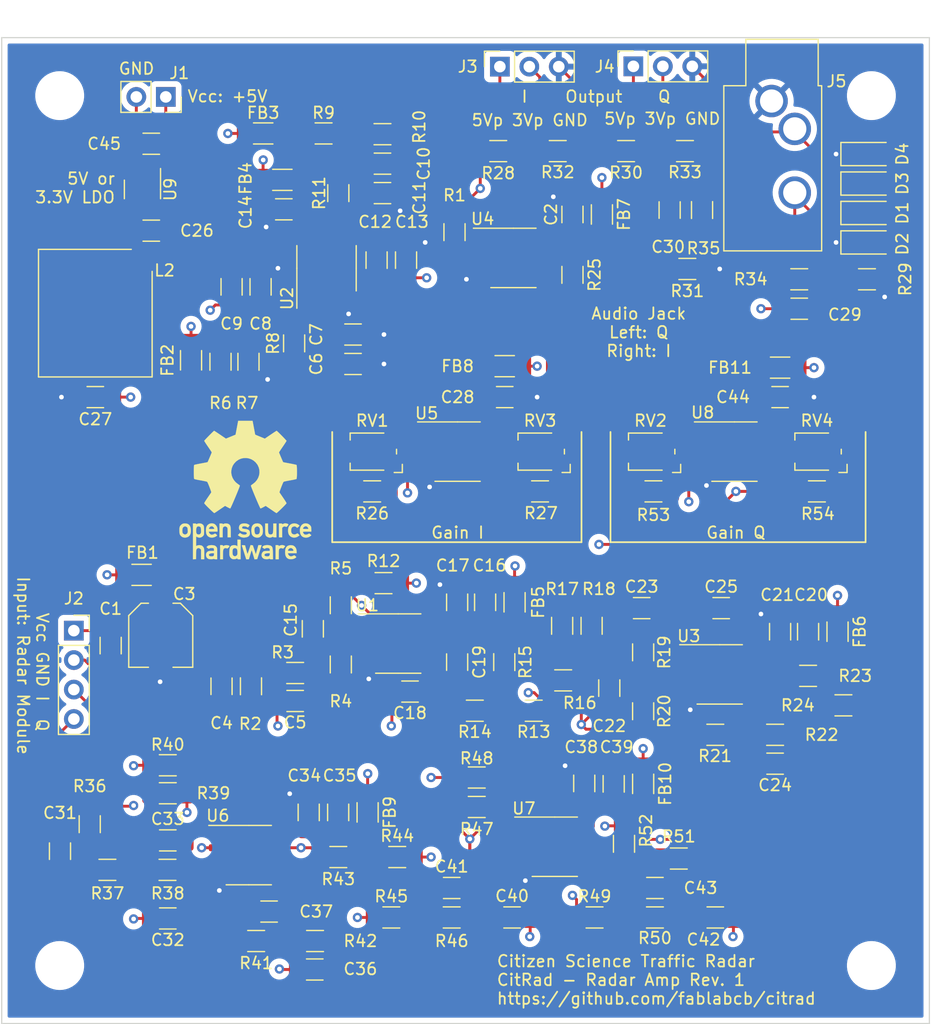
<source format=kicad_pcb>
(kicad_pcb (version 20211014) (generator pcbnew)
  (layers (0 "F.Cu" signal) (1 "In1.Cu" signal) (2 "In2.Cu" signal) (31 "B.Cu" signal) (34 "B.Paste" user) (35 "F.Paste" user) (36 "B.SilkS" user "B.Silkscreen") (37 "F.SilkS" user "F.Silkscreen") (38 "B.Mask" user) (39 "F.Mask" user) (44 "Edge.Cuts" user))
  (net 0 "")
  (net 1 "Net-(C1-Pad1)")
  (net 2 "GND")
  (net 3 "+5V")
  (net 4 "/Vref1")
  (net 5 "Net-(C5-Pad1)")
  (net 6 "Net-(C6-Pad1)")
  (net 7 "Net-(C10-Pad1)")
  (net 8 "/Vref2")
  (net 9 "Net-(C14-Pad1)")
  (net 10 "Net-(C15-Pad1)")
  (net 11 "/Radar_I")
  (net 12 "Net-(C19-Pad1)")
  (net 13 "Net-(C20-Pad1)")
  (net 14 "Net-(C22-Pad1)")
  (net 15 "Net-(C23-Pad1)")
  (net 16 "Net-(C23-Pad2)")
  (net 17 "Net-(C24-Pad1)")
  (net 18 "/Radar_Q")
  (net 19 "Net-(FB2-Pad1)")
  (net 20 "Net-(FB3-Pad1)")
  (net 21 "Net-(R8-Pad1)")
  (net 22 "Net-(R11-Pad1)")
  (net 23 "Net-(R19-Pad2)")
  (net 24 "Net-(R23-Pad2)")
  (net 25 "Net-(C4-Pad2)")
  (net 26 "Net-(C15-Pad2)")
  (net 27 "Net-(C16-Pad1)")
  (net 28 "Net-(C18-Pad1)")
  (net 29 "Net-(C19-Pad2)")
  (net 30 "Net-(C25-Pad1)")
  (net 31 "/LNA+LPF/Output")
  (net 32 "Net-(R12-Pad1)")
  (net 33 "Net-(R15-Pad2)")
  (net 34 "Net-(C2-Pad1)")
  (net 35 "Net-(C26-Pad1)")
  (net 36 "Net-(C26-Pad2)")
  (net 37 "Net-(C28-Pad1)")
  (net 38 "/Output/I")
  (net 39 "Net-(C29-Pad2)")
  (net 40 "/Output/Q")
  (net 41 "Net-(C30-Pad2)")
  (net 42 "Net-(C31-Pad2)")
  (net 43 "Net-(C32-Pad1)")
  (net 44 "Net-(C33-Pad1)")
  (net 45 "Net-(C33-Pad2)")
  (net 46 "Net-(C34-Pad1)")
  (net 47 "Net-(C36-Pad1)")
  (net 48 "Net-(C37-Pad1)")
  (net 49 "Net-(C37-Pad2)")
  (net 50 "Net-(C38-Pad1)")
  (net 51 "Net-(C40-Pad1)")
  (net 52 "Net-(C41-Pad1)")
  (net 53 "Net-(C41-Pad2)")
  (net 54 "Net-(C42-Pad1)")
  (net 55 "Net-(C43-Pad1)")
  (net 56 "/LNA+LPF1/Output")
  (net 57 "Net-(C44-Pad1)")
  (net 58 "Net-(R1-Pad1)")
  (net 59 "Net-(R25-Pad1)")
  (net 60 "Net-(R26-Pad2)")
  (net 61 "Net-(R27-Pad2)")
  (net 62 "Net-(J3-Pad2)")
  (net 63 "Net-(J4-Pad2)")
  (net 64 "Net-(D1-Pad1)")
  (net 65 "Net-(D3-Pad1)")
  (net 66 "Net-(R39-Pad2)")
  (net 67 "Net-(R43-Pad2)")
  (net 68 "Net-(R47-Pad2)")
  (net 69 "Net-(R51-Pad2)")
  (net 70 "Net-(R53-Pad2)")
  (net 71 "Net-(R54-Pad2)")
  (net 72 "/VGA/Output")
  (net 73 "/VGA1/Output")
  (net 74 "Net-(RV1-Pad2)")
  (net 75 "Net-(RV2-Pad2)")
  (net 76 "Net-(D1-Pad2)")
  (net 77 "Net-(D3-Pad2)")
  (net 78 "Net-(C45-Pad1)")
  (footprint "Resistor_SMD:R_1206_3216Metric_Pad1.30x1.75mm_HandSolder" (layer "F.Cu") (at 67.59 107.814072 90)
    (fp_text reference "R36")
    (fp_text value "10k")
  )
  (footprint "Capacitor_SMD:C_1206_3216Metric_Pad1.33x1.80mm_HandSolder" (layer "F.Cu") (at 82.323 61.486 90)
    (fp_text reference "C8")
    (fp_text value "10µ")
  )
  (footprint "Package_TO_SOT_SMD:SOT-23-5" (layer "F.Cu") (at 72.136 53.086 -90)
    (fp_text reference "U9")
    (fp_text value "TPS7A20")
  )
  (footprint "Capacitor_SMD:C_1206_3216Metric_Pad1.33x1.80mm_HandSolder" (layer "F.Cu") (at 89.0145 106.798072 90)
    (fp_text reference "C35")
    (fp_text value "100n")
  )
  (footprint "radaramp_footprints:Bourns_SRF1006" (layer "F.Cu") (at 68.072 63.754 -90)
    (fp_text reference "L2")
    (fp_text value "Choke_1m")
  )
  (footprint "Resistor_SMD:R_1206_3216Metric_Pad1.30x1.75mm_HandSolder" (layer "F.Cu") (at 91.948 79.121)
    (fp_text reference "R26")
    (fp_text value "300")
  )
  (footprint "Resistor_SMD:R_1206_3216Metric_Pad1.30x1.75mm_HandSolder" (layer "F.Cu") (at 81.941 117.888)
    (fp_text reference "R41")
    (fp_text value "365")
  )
  (footprint "Resistor_SMD:R_1206_3216Metric_Pad1.30x1.75mm_HandSolder" (layer "F.Cu") (at 87.757 48.26)
    (fp_text reference "R9")
    (fp_text value "10k")
  )
  (footprint "Resistor_SMD:R_1206_3216Metric_Pad1.30x1.75mm_HandSolder" (layer "F.Cu") (at 116.205 79.121)
    (fp_text reference "R53")
    (fp_text value "300")
  )
  (footprint "Capacitor_SMD:C_1206_3216Metric_Pad1.33x1.80mm_HandSolder" (layer "F.Cu") (at 84.328 54.802 180)
    (fp_text reference "C14")
    (fp_text value "1µ")
  )
  (footprint "Capacitor_SMD:C_1206_3216Metric_Pad1.33x1.80mm_HandSolder" (layer "F.Cu") (at 110.236 104.299 90)
    (fp_text reference "C38")
    (fp_text value "10µ")
  )
  (footprint "MountingHole:MountingHole_3.2mm_M3" (layer "F.Cu") (at 135 120)
    (fp_text reference "H3" hide)
    (fp_text value "MountingHole")
  )
  (footprint "Capacitor_SMD:C_1206_3216Metric_Pad1.33x1.80mm_HandSolder" (layer "F.Cu") (at 86.8295 90.97 90)
    (fp_text reference "C15")
    (fp_text value "16n")
  )
  (footprint "Capacitor_SMD:C_1206_3216Metric_Pad1.33x1.80mm_HandSolder" (layer "F.Cu") (at 65.024 110.141 -90)
    (fp_text reference "C31")
    (fp_text value "22µ")
  )
  (footprint "Capacitor_SMD:C_1206_3216Metric_Pad1.33x1.80mm_HandSolder" (layer "F.Cu") (at 85.3055 97.193 180)
    (fp_text reference "C5")
    (fp_text value "16n")
  )
  (footprint "Resistor_SMD:R_1206_3216Metric_Pad1.30x1.75mm_HandSolder" (layer "F.Cu") (at 69.114 111.751072)
    (fp_text reference "R37")
    (fp_text value "549")
  )
  (footprint "Resistor_SMD:R_1206_3216Metric_Pad1.30x1.75mm_HandSolder" (layer "F.Cu") (at 105.8795 98.0315 180)
    (fp_text reference "R13")
    (fp_text value "365")
  )
  (footprint "Capacitor_SMD:C_Elec_5x5.4" (layer "F.Cu") (at 73.713 91.526 -90)
    (fp_text reference "C3")
    (fp_text value "10µ")
  )
  (footprint "Capacitor_SMD:C_1206_3216Metric_Pad1.33x1.80mm_HandSolder" (layer "F.Cu") (at 86.4745 106.798072 90)
    (fp_text reference "C34")
    (fp_text value "10µ")
  )
  (footprint "Capacitor_SMD:C_1206_3216Metric_Pad1.33x1.80mm_HandSolder" (layer "F.Cu") (at 94.869 59.182 90)
    (fp_text reference "C13")
    (fp_text value "100n")
  )
  (footprint "Resistor_SMD:R_1206_3216Metric_Pad1.30x1.75mm_HandSolder" (layer "F.Cu") (at 129.54 95.028)
    (fp_text reference "R23")
    (fp_text value "357")
  )
  (footprint "Capacitor_SMD:C_1206_3216Metric_Pad1.33x1.80mm_HandSolder" (layer "F.Cu") (at 103.378 70.993)
    (fp_text reference "C28")
    (fp_text value "1µ")
  )
  (footprint "Package_SO:SOIC-8_3.9x4.9mm_P1.27mm" (layer "F.Cu") (at 81.306 110.481072)
    (fp_text reference "U6")
    (fp_text value "OPA_LNA_1")
  )
  (footprint "Potentiometer_SMD:Potentiometer_Bourns_TC33X_Vertical" (layer "F.Cu") (at 106.426 75.692 180)
    (fp_text reference "RV3")
    (fp_text value "R_Potentiometer")
  )
  (footprint "Capacitor_SMD:C_1206_3216Metric_Pad1.33x1.80mm_HandSolder" (layer "F.Cu") (at 112.776 104.3375 90)
    (fp_text reference "C39")
    (fp_text value "100n")
  )
  (footprint "Capacitor_SMD:C_1206_3216Metric_Pad1.33x1.80mm_HandSolder" (layer "F.Cu") (at 104.013 115.856)
    (fp_text reference "C40")
    (fp_text value "16n")
  )
  (footprint "MountingHole:MountingHole_3.2mm_M3" (layer "F.Cu") (at 135 45)
    (fp_text reference "H4" hide)
    (fp_text value "MountingHole")
  )
  (footprint "Resistor_SMD:R_1206_3216Metric_Pad1.30x1.75mm_HandSolder" (layer "F.Cu") (at 81.4955 95.923 -90)
    (fp_text reference "R2")
    (fp_text value "10k")
  )
  (footprint "Resistor_SMD:R_1206_3216Metric_Pad1.30x1.75mm_HandSolder" (layer "F.Cu") (at 132.588 97.568)
    (fp_text reference "R24")
    (fp_text value "2k74")
  )
  (footprint "Capacitor_SMD:C_1206_3216Metric_Pad1.33x1.80mm_HandSolder" (layer "F.Cu") (at 72.898 49.149 180)
    (fp_text reference "C45")
    (fp_text value "1µ")
  )
  (footprint "Package_SO:SOIC-8_3.9x4.9mm_P1.27mm" (layer "F.Cu") (at 107.696 109.76)
    (fp_text reference "U7")
    (fp_text value "OPA_LNA_2")
  )
  (footprint "Capacitor_SMD:C_1206_3216Metric_Pad1.33x1.80mm_HandSolder" (layer "F.Cu") (at 69.395 92.415 -90)
    (fp_text reference "C1")
    (fp_text value "100n")
  )
  (footprint "Resistor_SMD:R_1206_3216Metric_Pad1.30x1.75mm_HandSolder" (layer "F.Cu") (at 113.8428 49.784)
    (fp_text reference "R30")
    (fp_text value "1k78")
  )
  (footprint "Capacitor_SMD:C_1206_3216Metric_Pad1.33x1.80mm_HandSolder" (layer "F.Cu") (at 74.321 115.942072 180)
    (fp_text reference "C32")
    (fp_text value "16n")
  )
  (footprint "Capacitor_SMD:C_1206_3216Metric_Pad1.33x1.80mm_HandSolder" (layer "F.Cu") (at 112.395 96.0825 -90)
    (fp_text reference "C22")
    (fp_text value "16n")
  )
  (footprint "Resistor_SMD:R_1206_3216Metric_Pad1.30x1.75mm_HandSolder" (layer "F.Cu") (at 108.4195 95.415)
    (fp_text reference "R16")
    (fp_text value "649")
  )
  (footprint "Package_SO:SOIC-8_3.9x4.9mm_P1.27mm" (layer "F.Cu") (at 104.128 58.992)
    (fp_text reference "U4")
    (fp_text value "OPA_DRIVER")
  )
  (footprint "Inductor_SMD:L_1206_3216Metric_Pad1.22x1.90mm_HandSolder" (layer "F.Cu") (at 72.062 86.319 180)
    (fp_text reference "FB1")
    (fp_text value "1k@100MHz")
  )
  (footprint "Capacitor_SMD:C_1206_3216Metric_Pad1.33x1.80mm_HandSolder" (layer "F.Cu") (at 115.189 89.186)
    (fp_text reference "C23")
    (fp_text value "16n")
  )
  (footprint "Capacitor_SMD:C_1206_3216Metric_Pad1.33x1.80mm_HandSolder" (layer "F.Cu") (at 90.297 68.137)
    (fp_text reference "C6")
    (fp_text value "10µ")
  )
  (footprint "Package_SO:SOIC-8_3.9x4.9mm_P1.27mm" (layer "F.Cu") (at 123.19 75.692)
    (fp_text reference "U8")
    (fp_text value "OPA_VGA")
  )
  (footprint "Capacitor_SMD:C_1206_3216Metric_Pad1.33x1.80mm_HandSolder" (layer "F.Cu") (at 127.127 91.218 90)
    (fp_text reference "C21")
    (fp_text value "100n")
  )
  (footprint "Resistor_SMD:R_1206_3216Metric_Pad1.30x1.75mm_HandSolder" (layer "F.Cu") (at 113.665 109.506 90)
    (fp_text reference "R52")
    (fp_text value "2k74")
  )
  (footprint "Capacitor_SMD:C_1206_3216Metric_Pad1.33x1.80mm_HandSolder" (layer "F.Cu") (at 92.837 50.865)
    (fp_text reference "C10")
    (fp_text value "10µ")
  )
  (footprint "Package_SO:SOIC-8_3.9x4.9mm_P1.27mm" (layer "F.Cu") (at 94.1955 92.24)
    (fp_text reference "U1")
    (fp_text value "OPA_LNA_1")
  )
  (footprint "Resistor_SMD:R_1206_3216Metric_Pad1.30x1.75mm_HandSolder" (layer "F.Cu") (at 85.3055 94.78)
    (fp_text reference "R3")
    (fp_text value "549")
  )
  (footprint "Connector_PinSocket_2.54mm:PinSocket_1x02_P2.54mm_Vertical" (layer "F.Cu") (at 74.148 45.11 -90)
    (fp_text reference "J1")
    (fp_text value "Conn_Supply")
  )
  (footprint "Capacitor_SMD:C_1206_3216Metric_Pad1.33x1.80mm_HandSolder" (layer "F.Cu") (at 86.995 120.341928 180)
    (fp_text reference "C36")
    (fp_text value "16n")
  )
  (footprint "Capacitor_SMD:C_1206_3216Metric_Pad1.33x1.80mm_HandSolder" (layer "F.Cu") (at 92.329 59.182 90)
    (fp_text reference "C12")
    (fp_text value "10µ")
  )
  (footprint "Capacitor_SMD:C_1206_3216Metric_Pad1.33x1.80mm_HandSolder" (layer "F.Cu") (at 90.297 65.597)
    (fp_text reference "C7")
    (fp_text value "100n")
  )
  (footprint "Capacitor_SMD:C_1206_3216Metric_Pad1.33x1.80mm_HandSolder" (layer "F.Cu") (at 78.9555 95.923 90)
    (fp_text reference "C4")
    (fp_text value "22µ")
  )
  (footprint "Potentiometer_SMD:Potentiometer_Bourns_TC33X_Vertical" (layer "F.Cu") (at 115.951 75.692 180)
    (fp_text reference "RV2")
    (fp_text value "R_Potentiometer")
  )
  (footprint "Capacitor_SMD:C_1206_3216Metric_Pad1.33x1.80mm_HandSolder" (layer "F.Cu") (at 68.072 70.993 180)
    (fp_text reference "C27")
    (fp_text value "1µ")
  )
  (footprint "Resistor_SMD:R_1206_3216Metric_Pad1.30x1.75mm_HandSolder" (layer "F.Cu") (at 118.39 110.776 180)
    (fp_text reference "R51")
    (fp_text value "357")
  )
  (footprint "Resistor_SMD:R_1206_3216Metric_Pad1.30x1.75mm_HandSolder" (layer "F.Cu") (at 94.107 110.649)
    (fp_text reference "R44")
    (fp_text value "649")
  )
  (footprint "Potentiometer_SMD:Potentiometer_Bourns_TC33X_Vertical" (layer "F.Cu") (at 130.302 75.692 180)
    (fp_text reference "RV4")
    (fp_text value "R_Potentiometer")
  )
  (footprint "Capacitor_SMD:C_1206_3216Metric_Pad1.33x1.80mm_HandSolder" (layer "F.Cu") (at 116.332 113.316)
    (fp_text reference "C43")
    (fp_text value "16n")
  )
  (footprint "Capacitor_SMD:C_1206_3216Metric_Pad1.33x1.80mm_HandSolder" (layer "F.Cu") (at 92.837 53.405)
    (fp_text reference "C11")
    (fp_text value "100n")
  )
  (footprint "Resistor_SMD:R_1206_3216Metric_Pad1.30x1.75mm_HandSolder" (layer "F.Cu") (at 110.871 90.71 -90)
    (fp_text reference "R18")
    (fp_text value "3k09")
  )
  (footprint "Resistor_SMD:R_1206_3216Metric_Pad1.30x1.75mm_HandSolder" (layer "F.Cu") (at 102.8192 49.784)
    (fp_text reference "R28")
    (fp_text value "1k78")
  )
  (footprint "Capacitor_SMD:C_1206_3216Metric_Pad1.33x1.80mm_HandSolder" (layer "F.Cu") (at 72.898 56.642 180)
    (fp_text reference "C26")
    (fp_text value "1µ")
  )
  (footprint "Resistor_SMD:R_1206_3216Metric_Pad1.30x1.75mm_HandSolder" (layer "F.Cu") (at 92.837 48.325)
    (fp_text reference "R10")
    (fp_text value "10k")
  )
  (footprint "Resistor_SMD:R_1206_3216Metric_Pad1.30x1.75mm_HandSolder" (layer "F.Cu") (at 100.965 106.331)
    (fp_text reference "R47")
    (fp_text value "2k55")
  )
  (footprint "Resistor_SMD:R_1206_3216Metric_Pad1.30x1.75mm_HandSolder" (layer "F.Cu") (at 115.316 92.996 -90)
    (fp_text reference "R19")
    (fp_text value "2k55")
  )
  (footprint "Resistor_SMD:R_1206_3216Metric_Pad1.30x1.75mm_HandSolder" (layer "F.Cu") (at 99.048 56.769 90)
    (fp_text reference "R1")
    (fp_text value "4k99")
  )
  (footprint "Diode_SMD:D_SOD-123" (layer "F.Cu") (at 134.62 55.118)
    (fp_text reference "D1")
    (fp_text value "1V8")
  )
  (footprint "Resistor_SMD:R_1206_3216Metric_Pad1.30x1.75mm_HandSolder" (layer "F.Cu") (at 74.321 102.734072 180)
    (fp_text reference "R40")
    (fp_text value "976")
  )
  (footprint "Package_SO:SOIC-8_3.9x4.9mm_P1.27mm" (layer "F.Cu") (at 99.314 75.692)
    (fp_text reference "U5")
    (fp_text value "OPA_VGA")
  )
  (footprint "Capacitor_SMD:C_1206_3216Metric_Pad1.33x1.80mm_HandSolder" (layer "F.Cu") (at 126.6952 102.5972 180)
    (fp_text reference "C24")
    (fp_text value "1n6")
  )
  (footprint "Resistor_SMD:R_1206_3216Metric_Pad1.30x1.75mm_HandSolder" (layer "F.Cu") (at 121.539 100.108)
    (fp_text reference "R21")
    (fp_text value "2k15")
  )
  (footprint "Connector_PinSocket_2.54mm:PinSocket_1x03_P2.54mm_Vertical" (layer "F.Cu") (at 102.96 42.5 90)
    (fp_text reference "J3")
    (fp_text value "Conn_Output_I")
  )
  (footprint "Capacitor_SMD:C_1206_3216Metric_Pad1.33x1.80mm_HandSolder" (layer "F.Cu") (at 79.823 61.486 90)
    (fp_text reference "C9")
    (fp_text value "100n")
  )
  (footprint "Resistor_SMD:R_1206_3216Metric_Pad1.30x1.75mm_HandSolder" (layer "F.Cu") (at 100.965 103.791 180)
    (fp_text reference "R48")
    (fp_text value "549")
  )
  (footprint "Resistor_SMD:R_1206_3216Metric_Pad1.30x1.75mm_HandSolder" (layer "F.Cu") (at 111.125 115.856)
    (fp_text reference "R49")
    (fp_text value "2k15")
  )
  (footprint "Resistor_SMD:R_1206_3216Metric_Pad1.30x1.75mm_HandSolder" (layer "F.Cu") (at 87.021 117.888)
    (fp_text reference "R42")
    (fp_text value "2k67")
  )
  (footprint "Capacitor_SMD:C_1206_3216Metric_Pad1.33x1.80mm_HandSolder" (layer "F.Cu") (at 128.778 63.373)
    (fp_text reference "C29")
    (fp_text value "22µ")
  )
  (footprint "Resistor_SMD:R_1206_3216Metric_Pad1.30x1.75mm_HandSolder" (layer "F.Cu") (at 89.027 110.649)
    (fp_text reference "R43")
    (fp_text value "2k49")
  )
  (footprint "Resistor_SMD:R_1206_3216Metric_Pad1.30x1.75mm_HandSolder" (layer "F.Cu") (at 134.62 60.833 180)
    (fp_text reference "R29")
    (fp_text value "10k")
  )
  (footprint "Resistor_SMD:R_1206_3216Metric_Pad1.30x1.75mm_HandSolder" (layer "F.Cu") (at 74.321 105.147072)
    (fp_text reference "R39")
    (fp_text value "2k15")
  )
  (footprint "Inductor_SMD:L_1206_3216Metric_Pad1.22x1.90mm_HandSolder" (layer "F.Cu") (at 104.2285 88.684 -90)
    (fp_text reference "FB5")
    (fp_text value "1k@100MHz")
  )
  (footprint "Resistor_SMD:R_1206_3216Metric_Pad1.30x1.75mm_HandSolder" (layer "F.Cu") (at 126.6952 100.108)
    (fp_text reference "R22")
    (fp_text value "4k53")
  )
  (footprint "Resistor_SMD:R_1206_3216Metric_Pad1.30x1.75mm_HandSolder" (layer "F.Cu") (at 119.126 59.944 180)
    (fp_text reference "R31")
    (fp_text value "10k")
  )
  (footprint "Inductor_SMD:L_1206_3216Metric_Pad1.22x1.90mm_HandSolder" (layer "F.Cu") (at 82.55 48.26 180)
    (fp_text reference "FB3")
    (fp_text value "1k@100MHz")
  )
  (footprint "Connector_Audio:Jack_3.5mm_CUI_SJ1-3533NG_Horizontal_CircularHoles" (layer "F.Cu") (at 126.392 45.466)
    (fp_text reference "J5")
    (fp_text value "AudioJack3")
  )
  (footprint "Resistor_SMD:R_1206_3216Metric_Pad1.30x1.75mm_HandSolder" (layer "F.Cu") (at 74.295 111.751072)
    (fp_text reference "R38")
    (fp_text value "1k78")
  )
  (footprint "Resistor_SMD:R_1206_3216Metric_Pad1.30x1.75mm_HandSolder" (layer "F.Cu") (at 116.332 115.856)
    (fp_text reference "R50")
    (fp_text value "4k53")
  )
  (footprint "Resistor_SMD:R_1206_3216Metric_Pad1.30x1.75mm_HandSolder" (layer "F.Cu") (at 120.396 54.864 90)
    (fp_text reference "R35")
    (fp_text value "300")
  )
  (footprint "Resistor_SMD:R_1206_3216Metric_Pad1.30x1.75mm_HandSolder" (layer "F.Cu") (at 107.9512 49.784 180)
    (fp_text reference "R32")
    (fp_text value "2k67")
  )
  (footprint "MountingHole:MountingHole_3.2mm_M3" (layer "F.Cu") (at 65 45)
    (fp_text reference "H2" hide)
    (fp_text value "MountingHole")
  )
  (footprint "Package_SO:SOIC-8_3.9x4.9mm_P1.27mm" (layer "F.Cu") (at 88.011 59.882 90)
    (fp_text reference "U2")
    (fp_text value "OPA_REF")
  )
  (footprint "Resistor_SMD:R_1206_3216Metric_Pad1.30x1.75mm_HandSolder" (layer "F.Cu") (at 89.2425 88.938 -90)
    (fp_text reference "R5")
    (fp_text value "2k15")
  )
  (footprint "Inductor_SMD:L_1206_3216Metric_Pad1.22x1.90mm_HandSolder" (layer "F.Cu") (at 115.316 104.3375 -90)
    (fp_text reference "FB10")
    (fp_text value "1k@100MHz")
  )
  (footprint "Capacitor_SMD:C_1206_3216Metric_Pad1.33x1.80mm_HandSolder" (layer "F.Cu") (at 101.6885 88.684 90)
    (fp_text reference "C16")
    (fp_text value "10µ")
  )
  (footprint "Inductor_SMD:L_1206_3216Metric_Pad1.22x1.90mm_HandSolder" (layer "F.Cu") (at 103.378 68.326 180)
    (fp_text reference "FB8")
    (fp_text value "1k@100MHz")
  )
  (footprint "Resistor_SMD:R_1206_3216Metric_Pad1.30x1.75mm_HandSolder" (layer "F.Cu") (at 115.316 98.076 -90)
    (fp_text reference "R20")
    (fp_text value "549")
  )
  (footprint "Resistor_SMD:R_1206_3216Metric_Pad1.30x1.75mm_HandSolder" (layer "F.Cu") (at 128.778 60.833 180)
    (fp_text reference "R34")
    (fp_text value "300")
  )
  (footprint "Capacitor_SMD:C_1206_3216Metric_Pad1.33x1.80mm_HandSolder" (layer "F.Cu") (at 121.539 115.856)
    (fp_text reference "C42")
    (fp_text value "1n6")
  )
  (footprint "Resistor_SMD:R_1206_3216Metric_Pad1.30x1.75mm_HandSolder" (layer "F.Cu") (at 89.2425 94.044 -90)
    (fp_text reference "R4")
    (fp_text value "1k78")
  )
  (footprint "Capacitor_SMD:C_1206_3216Metric_Pad1.33x1.80mm_HandSolder" (layer "F.Cu") (at 127.127 70.993)
    (fp_text reference "C44")
    (fp_text value "1µ")
  )
  (footprint "Diode_SMD:D_SOD-123" (layer "F.Cu") (at 134.62 57.658)
    (fp_text reference "D2")
    (fp_text value "1V8")
  )
  (footprint "Resistor_SMD:R_1206_3216Metric_Pad1.30x1.75mm_HandSolder" (layer "F.Cu") (at 98.806 115.856)
    (fp_text reference "R46")
    (fp_text value "3k09")
  )
  (footprint "Diode_SMD:D_SOD-123" (layer "F.Cu") (at 134.62 52.578)
    (fp_text reference "D3")
    (fp_text value "1V8")
  )
  (footprint "Inductor_SMD:L_1206_3216Metric_Pad1.22x1.90mm_HandSolder" (layer "F.Cu") (at 132.08 91.218 -90)
    (fp_text reference "FB6")
    (fp_text value "1k@100MHz")
  )
  (footprint "Diode_SMD:D_SOD-123" (layer "F.Cu") (at 134.62 50.038)
    (fp_text reference "D4")
    (fp_text value "1V8")
  )
  (footprint "Inductor_SMD:L_1206_3216Metric_Pad1.22x1.90mm_HandSolder" (layer "F.Cu") (at 127.127 68.453 180)
    (fp_text reference "FB11")
    (fp_text value "1k@100MHz")
  )
  (footprint "Resistor_SMD:R_1206_3216Metric_Pad1.30x1.75mm_HandSolder" (layer "F.Cu") (at 118.9228 49.784 180)
    (fp_text reference "R33")
    (fp_text value "2k67")
  )
  (footprint "Resistor_SMD:R_1206_3216Metric_Pad1.30x1.75mm_HandSolder" (layer "F.Cu") (at 81.28 67.945 -90)
    (fp_text reference "R7")
    (fp_text value "10k")
  )
  (footprint "MountingHole:MountingHole_3.2mm_M3" (layer "F.Cu") (at 65 120)
    (fp_text reference "H1" hide)
    (fp_text value "MountingHole")
  )
  (footprint "Capacitor_SMD:C_1206_3216Metric_Pad1.33x1.80mm_HandSolder" (layer "F.Cu") (at 99.2755 93.8405 90)
    (fp_text reference "C19")
    (fp_text value "16n")
  )
  (footprint "Resistor_SMD:R_1206_3216Metric_Pad1.30x1.75mm_HandSolder" (layer "F.Cu") (at 106.426 79.121)
    (fp_text reference "R27")
    (fp_text value "300")
  )
  (footprint "Connector_PinSocket_2.54mm:PinSocket_1x04_P2.54mm_Vertical" (layer "F.Cu") (at 66.22 91.127)
    (fp_text reference "J2")
    (fp_text value "Conn_Radar")
  )
  (footprint "Resistor_SMD:R_1206_3216Metric_Pad1.30x1.75mm_HandSolder" (layer "F.Cu") (at 109.22 60.452 90)
    (fp_text reference "R25")
    (fp_text value "4k99")
  )
  (footprint "Capacitor_SMD:C_1206_3216Metric_Pad1.33x1.80mm_HandSolder" (layer "F.Cu") (at 74.321 109.211072)
    (fp_text reference "C33")
    (fp_text value "16n")
  )
  (footprint "Resistor_SMD:R_1206_3216Metric_Pad1.30x1.75mm_HandSolder" (layer "F.Cu") (at 103.3395 93.8405 -90)
    (fp_text reference "R15")
    (fp_text value "2k49")
  )
  (footprint "Resistor_SMD:R_1206_3216Metric_Pad1.30x1.75mm_HandSolder" (layer "F.Cu") (at 93.599 115.856)
    (fp_text reference "R45")
    (fp_text value "316")
  )
  (footprint "Resistor_SMD:R_1206_3216Metric_Pad1.30x1.75mm_HandSolder" (layer "F.Cu") (at 78.867 67.945 90)
    (fp_text reference "R6")
    (fp_text value "10k")
  )
  (footprint "Resistor_SMD:R_1206_3216Metric_Pad1.30x1.75mm_HandSolder" (layer "F.Cu") (at 89.027 53.405 90)
    (fp_text reference "R11")
    (fp_text value "4k99")
  )
  (footprint "Inductor_SMD:L_1206_3216Metric_Pad1.22x1.90mm_HandSolder" (layer "F.Cu") (at 91.5545 106.798072 -90)
    (fp_text reference "FB9")
    (fp_text value "1k@100MHz")
  )
  (footprint "Capacitor_SMD:C_1206_3216Metric_Pad1.33x1.80mm_HandSolder" (layer "F.Cu") (at 122.047 89.186)
    (fp_text reference "C25")
    (fp_text value "16n")
  )
  (footprint "Inductor_SMD:L_1206_3216Metric_Pad1.22x1.90mm_HandSolder" (layer "F.Cu") (at 84.201 52.262)
    (fp_text reference "FB4")
    (fp_text value "1k@100MHz")
  )
  (footprint "Capacitor_SMD:C_1206_3216Metric_Pad1.33x1.80mm_HandSolder" (layer "F.Cu") (at 95.2115 96.3805 180)
    (fp_text reference "C18")
    (fp_text value "16n")
  )
  (footprint "Connector_PinSocket_2.54mm:PinSocket_1x03_P2.54mm_Vertical" (layer "F.Cu") (at 114.475 42.475 90)
    (fp_text reference "J4")
    (fp_text value "Conn_Output_Q")
  )
  (footprint "Capacitor_SMD:C_1206_3216Metric_Pad1.33x1.80mm_HandSolder" (layer "F.Cu") (at 83.058 115.348 180)
    (fp_text reference "C37")
    (fp_text value "16n")
  )
  (footprint "Symbol:OSHW-Logo_11.4x12mm_SilkScreen" (layer "F.Cu") (at 81 79)
    (fp_text reference "REF**" hide)
    (fp_text value "OSHW-Logo_11.4x12mm_SilkScreen" hide)
  )
  (footprint "Resistor_SMD:R_1206_3216Metric_Pad1.30x1.75mm_HandSolder" (layer "F.Cu") (at 85.217 66.359 90)
    (fp_text reference "R8")
    (fp_text value "4k99")
  )
  (footprint "Capacitor_SMD:C_1206_3216Metric_Pad1.33x1.80mm_HandSolder" (layer "F.Cu") (at 99.2755 88.684 90)
    (fp_text reference "C17")
    (fp_text value "100n")
  )
  (footprint "Resistor_SMD:R_1206_3216Metric_Pad1.30x1.75mm_HandSolder" (layer "F.Cu") (at 100.7995 98.0315 180)
    (fp_text reference "R14")
    (fp_text value "2k67")
  )
  (footprint "Potentiometer_SMD:Potentiometer_Bourns_TC33X_Vertical" (layer "F.Cu") (at 91.948 75.692 180)
    (fp_text reference "RV1")
    (fp_text value "R_Potentiometer")
  )
  (footprint "Inductor_SMD:L_1206_3216Metric_Pad1.22x1.90mm_HandSolder" (layer "F.Cu") (at 76.327 67.818 90)
    (fp_text reference "FB2")
    (fp_text value "1k@100MHz")
  )
  (footprint "Capacitor_SMD:C_1206_3216Metric_Pad1.33x1.80mm_HandSolder" (layer "F.Cu") (at 129.54 91.218 90)
    (fp_text reference "C20")
    (fp_text value "10µ")
  )
  (footprint "Capacitor_SMD:C_1206_3216Metric_Pad1.33x1.80mm_HandSolder" (layer "F.Cu") (at 98.806 113.316)
    (fp_text reference "C41")
    (fp_text value "16n")
  )
  (footprint "Capacitor_SMD:C_1206_3216Metric_Pad1.33x1.80mm_HandSolder" (layer "F.Cu") (at 117.602 54.864 -90)
    (fp_text reference "C30")
    (fp_text value "22µ")
  )
  (footprint "Package_SO:SOIC-8_3.9x4.9mm_P1.27mm" (layer "F.Cu") (at 121.92 94.901)
    (fp_text reference "U3")
    (fp_text value "OPA_LNA_2")
  )
  (footprint "Capacitor_SMD:C_1206_3216Metric_Pad1.33x1.80mm_HandSolder" (layer "F.Cu") (at 109.22 55.245 90)
    (fp_text reference "C2")
    (fp_text value "1µ")
  )
  (footprint "Resistor_SMD:R_1206_3216Metric_Pad1.30x1.75mm_HandSolder" (layer "F.Cu") (at 108.331 90.71 90)
    (fp_text reference "R17")
    (fp_text value "316")
  )
  (footprint "Resistor_SMD:R_1206_3216Metric_Pad1.30x1.75mm_HandSolder" (layer "F.Cu") (at 92.9255 87.033)
    (fp_text reference "R12")
    (fp_text value "976")
  )
  (footprint "Resistor_SMD:R_1206_3216Metric_Pad1.30x1.75mm_HandSolder" (layer "F.Cu") (at 130.302 79.121)
    (fp_text reference "R54")
    (fp_text value "300")
  )
  (footprint "Inductor_SMD:L_1206_3216Metric_Pad1.22x1.90mm_HandSolder" (layer "F.Cu") (at 111.76 55.245 -90)
    (fp_text reference "FB7")
    (fp_text value "1k@100MHz")
  )
  (gr_line (start 110 83.5) (end 88.5 83.5) (layer "F.SilkS") (width 0.15))
  (gr_line (start 134.5 83.5) (end 134.5 74) (layer "F.SilkS") (width 0.15))
  (gr_line (start 134.5 83.5) (end 112.5 83.5) (layer "F.SilkS") (width 0.15))
  (gr_line (start 110 74) (end 110 83.5) (layer "F.SilkS") (width 0.15))
  (gr_line (start 112.5 83.5) (end 112.5 74) (layer "F.SilkS") (width 0.15))
  (gr_line (start 88.5 83.5) (end 88.5 74) (layer "F.SilkS") (width 0.15))
  (gr_line (start 60 40) (end 140 40) (layer "Edge.Cuts") (width 0.1))
  (gr_line (start 140 40) (end 140 125) (layer "Edge.Cuts") (width 0.1))
  (gr_line (start 60 125) (end 60 40) (layer "Edge.Cuts") (width 0.1))
  (gr_line (start 140 125) (end 60 125) (layer "Edge.Cuts") (width 0.1))
  (gr_text "5Vp 3Vp GND" (at 116.967 46.99) (layer "F.SilkS") (effects (font (size 1 1))))
  (gr_text "5V or\n3.3V LDO" (at 69.85 52.959) (layer "F.SilkS") (effects (font (size 1 1)) (justify right)))
  (gr_text "GND" (at 71.628 42.672) (layer "F.SilkS") (effects (font (size 1 1))))
  (gr_text "Gain I" (at 99.314 82.677) (layer "F.SilkS") (effects (font (size 1 1))))
  (gr_text "I	Output	Q" (at 111.252 45.085) (layer "F.SilkS") (effects (font (size 1 1))))
  (gr_text "Vcc GND I  Q" (at 63.5 94.695 270) (layer "F.SilkS") (effects (font (size 1 1))))
  (gr_text "Gain Q" (at 123.317 82.677) (layer "F.SilkS") (effects (font (size 1 1))))
  (gr_text "5Vp 3Vp GND" (at 105.537 47.117) (layer "F.SilkS") (effects (font (size 1 1))))
  (gr_text "Input: Radar Module" (at 61.849 94.139 270) (layer "F.SilkS") (effects (font (size 1 1))))
  (gr_text "Citizen Science Traffic Radar\nCitRad - Radar Amp Rev. 1\nhttps://github.com/fablabcb/citrad" (at 102.616 121.238) (layer "F.SilkS") (effects (font (size 1 1)) (justify left)))
  (gr_text "Vcc: +5V" (at 75.946 45.0596) (layer "F.SilkS") (effects (font (size 1 1)) (justify left)))
  (gr_text "Audio Jack\nLeft: Q\nRight: I" (at 114.935 65.405) (layer "F.SilkS") (effects (font (size 1 1))))
  (segment (start 69.1205 91.127) (end 69.395 90.8525) (width 0.25) (layer "F.Cu") (net 1))
  (segment (start 73.7245 86.319) (end 73.7245 89.452) (width 0.25) (layer "F.Cu") (net 1))
  (segment (start 69.9535 89.4635) (end 69.395 90.022) (width 0.25) (layer "F.Cu") (net 1))
  (segment (start 69.395 90.022) (end 69.395 90.8525) (width 0.25) (layer "F.Cu") (net 1))
  (segment (start 73.713 89.4635) (end 69.9535 89.4635) (width 0.25) (layer "F.Cu") (net 1))
  (segment (start 66.22 91.127) (end 69.1205 91.127) (width 0.25) (layer "F.Cu") (net 1))
  (segment (start 73.7245 89.452) (end 73.713 89.4635) (width 0.25) (layer "F.Cu") (net 1))
  (segment (start 94.3995 54.8905) (end 94.361 54.929) (width 0.25) (layer "F.Cu") (net 2))
  (segment (start 110.2745 102.775) (end 110.236 102.7365) (width 0.25) (layer "F.Cu") (net 2))
  (segment (start 73.324 93.9775) (end 69.395 93.9775) (width 0.25) (layer "F.Cu") (net 2))
  (segment (start 94.3995 50.865) (end 94.3995 53.405) (width 0.25) (layer "F.Cu") (net 2))
  (segment (start 100.14 60.897) (end 100.076 60.833) (width 0.25) (layer "F.Cu") (net 2))
  (segment (start 128.6895 70.993) (end 130.048 70.993) (width 0.25) (layer "F.Cu") (net 2))
  (segment (start 91.7205 95.223) (end 91.6555 95.288) (width 0.25) (layer "F.Cu") (net 2))
  (segment (start 112.776 102.775) (end 110.2745 102.775) (width 0.25) (layer "F.Cu") (net 2))
  (segment (start 129.54 89.6555) (end 127.127 89.6555) (width 0.25) (layer "F.Cu") (net 2))
  (segment (start 78.831 113.464072) (end 78.766 113.529072) (width 0.25) (layer "F.Cu") (net 2))
  (segment (start 84.883572 105.235572) (end 84.836 105.188) (width 0.25) (layer "F.Cu") (net 2))
  (segment (start 67.466 93.9775) (end 67.1555 93.667) (width 0.25) (layer "F.Cu") (net 2))
  (segment (start 91.8595 68.137) (end 92.964 68.137) (width 0.25) (layer "F.Cu") (net 2))
  (segment (start 89.916 62.357) (end 89.916 63.819) (width 0.25) (layer "F.Cu") (net 2))
  (segment (start 104.9405 70.993) (end 106.172 70.993) (width 0.25) (layer "F.Cu") (net 2))
  (segment (start 120.4728 49.784) (end 120.4728 43.3928) (width 0.25) (layer "F.Cu") (net 2))
  (segment (start 67.1555 93.667) (end 66.22 93.667) (width 0.25) (layer "F.Cu") (net 2))
  (segment (start 78.831 112.386072) (end 78.831 113.464072) (width 0.25) (layer "F.Cu") (net 2))
  (segment (start 82.905 69.495) (end 82.931 69.469) (width 0.25) (layer "F.Cu") (net 2))
  (segment (start 89.0145 105.235572) (end 86.4745 105.235572) (width 0.25) (layer "F.Cu") (net 2))
  (segment (start 119.445 97.884) (end 119.38 97.949) (width 0.25) (layer "F.Cu") (net 2))
  (segment (start 120.715 78.551) (end 120.777 78.613) (width 0.25) (layer "F.Cu") (net 2))
  (segment (start 101.653 60.897) (end 100.14 60.897) (width 0.25) (layer "F.Cu") (net 2))
  (segment (start 136.17 62.331) (end 136.144 62.357) (width 0.25) (layer "F.Cu") (net 2))
  (segment (start 109.5012 43.9612) (end 108.04 42.5) (width 0.25) (layer "F.Cu") (net 2))
  (segment (start 96.839 78.678) (end 96.901 78.74) (width 0.25) (layer "F.Cu") (net 2))
  (segment (start 69.395 93.9775) (end 67.466 93.9775) (width 0.25) (layer "F.Cu") (net 2))
  (segment (start 107.6075 53.6825) (end 107.569 53.721) (width 0.25) (layer "F.Cu") (net 2))
  (segment (start 109.22 53.6825) (end 107.6075 53.6825) (width 0.25) (layer "F.Cu") (net 2))
  (segment (start 119.445 96.806) (end 119.445 97.884) (width 0.25) (layer "F.Cu") (net 2))
  (segment (start 82.323 59.9235) (end 83.7785 59.9235) (width 0.25) (layer "F.Cu") (net 2))
  (segment (start 94.3995 53.405) (end 94.3995 54.8905) (width 0.25) (layer "F.Cu") (net 2))
  (segment (start 101.6885 87.1215) (end 99.2755 87.1215) (width 0.25) (layer "F.Cu") (net 2))
  (segment (start 73.713 93.5885) (end 73.713 95.483) (width 0.25) (layer "F.Cu") (net 2))
  (segment (start 120.676 59.944) (end 121.92 59.944) (width 0.25) (layer "F.Cu") (net 2))
  (segment (start 120.4728 43.3928) (end 119.555 42.475) (width 0.25) (layer "F.Cu") (net 2))
  (segment (start 109.5012 49.784) (end 109.5012 43.9612) (width 0.25) (layer "F.Cu") (net 2))
  (segment (start 96.839 77.597) (end 96.839 78.678) (width 0.25) (layer "F.Cu") (net 2))
  (segment (start 127.127 89.6555) (end 125.5145 89.6555) (width 0.25) (layer "F.Cu") (net 2))
  (segment (start 94.869 57.6195) (end 96.4815 57.6195) (width 0.25) (layer "F.Cu") (net 2))
  (segment (start 110.236 102.7365) (end 108.6235 102.7365) (width 0.25) (layer "F.Cu") (net 2))
  (segment (start 73.713 93.5885) (end 73.324 93.9775) (width 0.25) (layer "F.Cu") (net 2))
  (segment (start 108.6235 102.7365) (end 108.585 102.775) (width 0.25) (layer "F.Cu") (net 2))
  (segment (start 64.972 67.454) (end 66.5095 68.9915) (width 0.25) (layer "F.Cu") (net 2))
  (segment (start 96.4815 57.6195) (end 96.52 57.658) (width 0.25) (layer "F.Cu") (net 2))
  (segment (start 125.5145 89.6555) (end 125.476 89.694) (width 0.25) (layer "F.Cu") (net 2))
  (segment (start 86.4745 105.235572) (end 84.883572 105.235572) (width 0.25) (layer "F.Cu") (net 2))
  (segment (start 94.387 50.8525) (end 94.3995 50.865) (width 0.25) (layer "F.Cu") (net 2))
  (segment (start 132.97 57.658) (end 131.953 57.658) (width 0.25) (layer "F.Cu") (net 2))
  (segment (start 79.823 59.9235) (end 82.323 59.9235) (width 0.25) (layer "F.Cu") (net 2))
  (segment (start 91.7205 94.145) (end 91.7205 95.223) (width 0.25) (layer "F.Cu") (net 2))
  (segment (start 82.7655 54.802) (end 82.7655 56.2875) (width 0.25) (layer "F.Cu") (net 2))
  (segment (start 83.7785 59.9235) (end 83.82 59.882) (width 0.25) (layer "F.Cu") (net 2))
  (segment (start 97.79 87.16) (end 97.8285 87.1215) (width 0.25) (layer "F.Cu") (net 2))
  (segment (start 91.8595 65.597) (end 92.964 65.597) (width 0.25) (layer "F.Cu") (net 2))
  (segment (start 136.17 60.833) (end 136.17 62.331) (width 0.25) (layer "F.Cu") (net 2))
  (segment (start 81.28 69.495) (end 82.905 69.495) (width 0.25) (layer "F.Cu") (net 2))
  (segment (start 66.5095 68.9915) (end 66.5095 70.993) (width 0.25) (layer "F.Cu") (net 2))
  (segment (start 66.5095 70.993) (end 65.151 70.993) (width 0.25) (layer "F.Cu") (net 2))
  (segment (start 92.329 57.6195) (end 94.869 57.6195) (width 0.25) (layer "F.Cu") (net 2))
  (segment (start 120.715 77.597) (end 120.715 78.551) (width 0.25) (layer "F.Cu") (net 2))
  (segment (start 94.387 48.325) (end 94.387 50.8525) (width 0.25) (layer "F.Cu") (net 2))
  (segment (start 97.8285 87.1215) (end 99.2755 87.1215) (width 0.25) (layer "F.Cu") (net 2))
  (segment (start 105.221 111.665) (end 105.221 112.616) (width 0.25) (layer "F.Cu") (net 2))
  (segment (start 82.7655 56.2875) (end 82.804 56.326) (width 0.25) (layer "F.Cu") (net 2))
  (segment (start 105.221 112.616) (end 105.156 112.681) (width 0.25) (layer "F.Cu") (net 2))
  (segment (start 132.97 50.038) (end 131.953 50.038) (width 0.25) (layer "F.Cu") (net 2))
  (via (at 119.38 97.949) (size 0.8) (drill 0.4) (layers "F.Cu" "B.Cu") (net 2))
  (via (at 94.361 54.929) (size 0.8) (drill 0.4) (layers "F.Cu" "B.Cu") (net 2))
  (via (at 84.836 105.188) (size 0.8) (drill 0.4) (layers "F.Cu" "B.Cu") (net 2))
  (via (at 96.901 78.74) (size 0.8) (drill 0.4) (layers "F.Cu" "B.Cu") (net 2))
  (via (at 73.66 95.536) (size 0.8) (drill 0.4) (layers "F.Cu" "B.Cu") (net 2))
  (via (at 65.151 70.993) (size 0.8) (drill 0.4) (layers "F.Cu" "B.Cu") (net 2))
  (via (at 105.156 112.681) (size 0.8) (drill 0.4) (layers "F.Cu" "B.Cu") (net 2))
  (via (at 92.964 68.137) (size 0.8) (drill 0.4) (layers "F.Cu" "B.Cu") (net 2))
  (via (at 125.476 89.694) (size 0.8) (drill 0.4) (layers "F.Cu" "B.Cu") (net 2))
  (via (at 121.92 59.944) (size 0.8) (drill 0.4) (layers "F.Cu" "B.Cu") (net 2))
  (via (at 130.048 70.993) (size 0.8) (drill 0.4) (layers "F.Cu" "B.Cu") (net 2))
  (via (at 89.916 63.819) (size 0.8) (drill 0.4) (layers "F.Cu" "B.Cu") (net 2))
  (via (at 92.964 65.597) (size 0.8) (drill 0.4) (layers "F.Cu" "B.Cu") (net 2))
  (via (at 120.777 78.613) (size 0.8) (drill 0.4) (layers "F.Cu" "B.Cu") (net 2))
  (via (at 97.79 87.16) (size 0.8) (drill 0.4) (layers "F.Cu" "B.Cu") (net 2))
  (via (at 136.144 62.357) (size 0.8) (drill 0.4) (layers "F.Cu" "B.Cu") (net 2))
  (via (at 82.931 69.469) (size 0.8) (drill 0.4) (layers "F.Cu" "B.Cu") (net 2))
  (via (at 83.82 59.882) (size 0.8) (drill 0.4) (layers "F.Cu" "B.Cu") (net 2))
  (via (at 82.804 56.326) (size 0.8) (drill 0.4) (layers "F.Cu" "B.Cu") (net 2))
  (via (at 108.585 102.775) (size 0.8) (drill 0.4) (layers "F.Cu" "B.Cu") (net 2))
  (via (at 131.953 50.038) (size 0.8) (drill 0.4) (layers "F.Cu" "B.Cu") (net 2))
  (via (at 100.076 60.833) (size 0.8) (drill 0.4) (layers "F.Cu" "B.Cu") (net 2))
  (via (at 78.766 113.529072) (size 0.8) (drill 0.4) (layers "F.Cu" "B.Cu") (net 2))
  (via (at 91.6555 95.288) (size 0.8) (drill 0.4) (layers "F.Cu" "B.Cu") (net 2))
  (via (at 107.569 53.721) (size 0.8) (drill 0.4) (layers "F.Cu" "B.Cu") (net 2))
  (via (at 106.172 70.993) (size 0.8) (drill 0.4) (layers "F.Cu" "B.Cu") (net 2))
  (via (at 131.953 57.658) (size 0.8) (drill 0.4) (layers "F.Cu" "B.Cu") (net 2))
  (via (at 96.52 57.658) (size 0.8) (drill 0.4) (layers "F.Cu" "B.Cu") (net 2))
  (segment (start 69.094 86.319) (end 69.088 86.313) (width 0.25) (layer "F.Cu") (net 3))
  (segment (start 82.5385 52.262) (end 82.5385 50.5575) (width 0.25) (layer "F.Cu") (net 3))
  (segment (start 76.327 66.1555) (end 76.327 64.897) (width 0.25) (layer "F.Cu") (net 3))
  (segment (start 128.7895 68.453) (end 130.048 68.453) (width 0.25) (layer "F.Cu") (net 3))
  (segment (start 111.76 53.5825) (end 111.76 52.07) (width 0.25) (layer "F.Cu") (net 3))
  (segment (start 70.3995 86.319) (end 69.094 86.319) (width 0.25) (layer "F.Cu") (net 3))
  (segment (start 91.5545 103.4705) (end 91.567 103.458) (width 0.25) (layer "F.Cu") (net 3))
  (segment (start 71.172 67.454) (end 69.6345 68.9915) (width 0.25) (layer "F.Cu") (net 3))
  (segment (start 132.08 89.5555) (end 132.08 88.091) (width 0.25) (layer "F.Cu") (net 3))
  (segment (start 69.6345 68.9915) (end 69.6345 70.993) (width 0.25) (layer "F.Cu") (net 3))
  (segment (start 82.5385 50.5575) (end 82.55 50.546) (width 0.25) (layer "F.Cu") (net 3))
  (segment (start 80.8875 48.26) (end 79.502 48.26) (width 0.25) (layer "F.Cu") (net 3))
  (segment (start 105.0405 68.326) (end 106.172 68.326) (width 0.25) (layer "F.Cu") (net 3))
  (segment (start 115.316 102.675) (end 115.316 101.299) (width 0.25) (layer "F.Cu") (net 3))
  (segment (start 104.2285 85.5895) (end 104.267 85.551) (width 0.25) (layer "F.Cu") (net 3))
  (segment (start 104.2285 87.0215) (end 104.2285 85.5895) (width 0.25) (layer "F.Cu") (net 3))
  (segment (start 69.6345 70.993) (end 71.12 70.993) (width 0.25) (layer "F.Cu") (net 3))
  (segment (start 91.5545 105.135572) (end 91.5545 103.4705) (width 0.25) (layer "F.Cu") (net 3))
  (via (at 82.55 50.546) (size 0.8) (drill 0.4) (layers "F.Cu" "B.Cu") (net 3))
  (via (at 69.088 86.313) (size 0.8) (drill 0.4) (layers "F.Cu" "B.Cu") (net 3))
  (via (at 130.048 68.453) (size 0.8) (drill 0.4) (layers "F.Cu" "B.Cu") (net 3))
  (via (at 104.267 85.551) (size 0.8) (drill 0.4) (layers "F.Cu" "B.Cu") (net 3))
  (via (at 111.76 52.07) (size 0.8) (drill 0.4) (layers "F.Cu" "B.Cu") (net 3))
  (via (at 115.316 101.299) (size 0.8) (drill 0.4) (layers "F.Cu" "B.Cu") (net 3))
  (via (at 71.12 70.993) (size 0.8) (drill 0.4) (layers "F.Cu" "B.Cu") (net 3))
  (via (at 106.172 68.326) (size 0.8) (drill 0.4) (layers "F.Cu" "B.Cu") (net 3))
  (via (at 76.327 64.897) (size 0.8) (drill 0.4) (layers "F.Cu" "B.Cu") (net 3))
  (via (at 91.567 103.458) (size 0.8) (drill 0.4) (layers "F.Cu" "B.Cu") (net 3))
  (via (at 132.08 88.091) (size 0.8) (drill 0.4) (layers "F.Cu" "B.Cu") (net 3))
  (via (at 79.502 48.26) (size 0.8) (drill 0.4) (layers "F.Cu" "B.Cu") (net 3))
  (segment (start 94.4755 83.1985) (end 90.398 79.121) (width 0.25) (layer "F.Cu") (net 4))
  (segment (start 126.12828 104.22) (end 125.1327 103.22442) (width 0.25) (layer "F.Cu") (net 4))
  (segment (start 94.4755 87.033) (end 94.4755 83.1985) (width 0.25) (layer "F.Cu") (net 4))
  (segment (start 86.106 62.357) (end 86.106 63.92) (width 0.25) (layer "F.Cu") (net 4))
  (segment (start 125.1327 102.5972) (end 118.2872 102.5972) (width 0.25) (layer "F.Cu") (net 4))
  (segment (start 109.982 99.219) (end 109.982 95.4275) (width 0.25) (layer "F.Cu") (net 4))
  (segment (start 134.138 97.568) (end 134.138 99.749) (width 0.25) (layer "F.Cu") (net 4))
  (segment (start 129.667 104.22) (end 126.12828 104.22) (width 0.25) (layer "F.Cu") (net 4))
  (segment (start 104.876 79.121) (end 101.6505 82.3465) (width 0.25) (layer "F.Cu") (net 4))
  (segment (start 81.4955 97.473) (end 83.463 97.473) (width 0.25) (layer "F.Cu") (net 4))
  (segment (start 83.743 97.193) (end 83.743 99.269) (width 0.25) (layer "F.Cu") (net 4))
  (segment (start 95.758 87.027) (end 95.752 87.033) (width 0.25) (layer "F.Cu") (net 4))
  (segment (start 93.649 99.296) (end 93.599 99.346) (width 0.25) (layer "F.Cu") (net 4))
  (segment (start 101.6505 82.3725) (end 100.8245 83.1985) (width 0.25) (layer "F.Cu") (net 4))
  (segment (start 109.982 95.4275) (end 109.9695 95.415) (width 0.25) (layer "F.Cu") (net 4))
  (segment (start 83.463 97.473) (end 83.743 97.193) (width 0.25) (layer "F.Cu") (net 4))
  (segment (start 84.0835 64.809) (end 85.217 64.809) (width 0.25) (layer "F.Cu") (net 4))
  (segment (start 109.982 99.219) (end 110.389 99.626) (width 0.25) (layer "F.Cu") (net 4))
  (segment (start 100.8245 83.1985) (end 94.4755 83.1985) (width 0.25) (layer "F.Cu") (net 4))
  (segment (start 95.752 87.033) (end 94.4755 87.033) (width 0.25) (layer "F.Cu") (net 4))
  (segment (start 111.556 97.645) (end 112.395 97.645) (width 0.25) (layer "F.Cu") (net 4))
  (segment (start 134.138 99.749) (end 129.667 104.22) (width 0.25) (layer "F.Cu") (net 4))
  (segment (start 125.1327 103.22442) (end 125.1327 102.5972) (width 0.25) (layer "F.Cu") (net 4))
  (segment (start 110.389 99.626) (end 115.316 99.626) (width 0.25) (layer "F.Cu") (net 4))
  (segment (start 83.743 99.269) (end 83.82 99.346) (width 0.25) (layer "F.Cu") (net 4))
  (segment (start 86.106 63.92) (end 85.217 64.809) (width 0.25) (layer "F.Cu") (net 4))
  (segment (start 79.823 63.0485) (end 78.4295 63.0485) (width 0.25) (layer "F.Cu") (net 4))
  (segment (start 79.823 63.0485) (end 82.323 63.0485) (width 0.25) (layer "F.Cu") (net 4))
  (segment (start 118.2872 102.5972) (end 115.316 99.626) (width 0.25) (layer "F.Cu") (net 4))
  (segment (start 78.4295 63.0485) (end 77.978 63.5) (width 0.25) (layer "F.Cu") (net 4))
  (segment (start 109.982 99.219) (end 111.556 97.645) (width 0.25) (layer "F.Cu") (net 4))
  (segment (start 93.649 96.3805) (end 93.649 99.296) (width 0.25) (layer "F.Cu") (net 4))
  (segment (start 82.323 63.0485) (end 84.0835 64.809) (width 0.25) (layer "F.Cu") (net 4))
  (via (at 95.758 87.027) (size 0.8) (drill 0.4) (layers "F.Cu" "B.Cu") (net 4))
  (via (at 109.982 99.219) (size 0.8) (drill 0.4) (layers "F.Cu" "B.Cu") (net 4))
  (via (at 77.978 63.5) (size 0.8) (drill 0.4) (layers "F.Cu" "B.Cu") (net 4))
  (via (at 93.599 99.346) (size 0.8) (drill 0.4) (layers "F.Cu" "B.Cu") (net 4))
  (via (at 83.82 99.346) (size 0.8) (drill 0.4) (layers "F.Cu" "B.Cu") (net 4))
  (segment (start 90.8935 92.875) (end 89.2425 94.526) (width 0.25) (layer "F.Cu") (net 5))
  (segment (start 89.2425 94.526) (end 89.2425 95.594) (width 0.25) (layer "F.Cu") (net 5))
  (segment (start 89.2425 95.594) (end 89.2425 96.558) (width 0.25) (layer "F.Cu") (net 5))
  (segment (start 88.6075 97.193) (end 86.868 97.193) (width 0.25) (layer "F.Cu") (net 5))
  (segment (start 89.2425 96.558) (end 88.6075 97.193) (width 0.25) (layer "F.Cu") (net 5))
  (segment (start 91.7205 92.875) (end 90.8935 92.875) (width 0.25) (layer "F.Cu") (net 5))
  (segment (start 83.439 68.58) (end 84.074 69.215) (width 0.25) (layer "F.Cu") (net 6))
  (segment (start 82.397 66.395) (end 83.439 67.437) (width 0.25) (layer "F.Cu") (net 6))
  (segment (start 87.6565 69.215) (end 88.7345 68.137) (width 0.25) (layer "F.Cu") (net 6))
  (segment (start 78.867 66.395) (end 81.28 66.395) (width 0.25) (layer "F.Cu") (net 6))
  (segment (start 81.28 66.395) (end 82.397 66.395) (width 0.25) (layer "F.Cu") (net 6))
  (segment (start 84.074 69.215) (end 87.6565 69.215) (width 0.25) (layer "F.Cu") (net 6))
  (segment (start 88.7345 65.597) (end 88.7345 68.137) (width 0.25) (layer "F.Cu") (net 6))
  (segment (start 83.439 67.437) (end 83.439 68.58) (width 0.25) (layer "F.Cu") (net 6))
  (segment (start 88.646 65.5085) (end 88.7345 65.597) (width 0.25) (layer "F.Cu") (net 6))
  (segment (start 88.646 62.357) (end 88.646 65.5085) (width 0.25) (layer "F.Cu") (net 6))
  (segment (start 89.916 56.199) (end 91.2745 54.8405) (width 0.25) (layer "F.Cu") (net 7))
  (segment (start 91.2745 50.865) (end 91.2745 53.405) (width 0.25) (layer "F.Cu") (net 7))
  (segment (start 89.916 57.407) (end 89.916 56.199) (width 0.25) (layer "F.Cu") (net 7))
  (segment (start 91.287 48.325) (end 91.287 50.8525) (width 0.25) (layer "F.Cu") (net 7))
  (segment (start 91.287 50.8525) (end 91.2745 50.865) (width 0.25) (layer "F.Cu") (net 7))
  (segment (start 91.2745 54.8405) (end 91.2745 53.405) (width 0.25) (layer "F.Cu") (net 7))
  (segment (start 91.222 48.26) (end 91.287 48.325) (width 0.25) (layer "F.Cu") (net 7))
  (segment (start 89.307 48.26) (end 91.222 48.26) (width 0.25) (layer "F.Cu") (net 7))
  (segment (start 121.285 81.153) (end 123.317 79.121) (width 0.25) (layer "F.Cu") (net 8))
  (segment (start 85.4325 120.341928) (end 83.987928 120.341928) (width 0.25) (layer "F.Cu") (net 8))
  (segment (start 113.665 107.956) (end 112.04 107.956) (width 0.25) (layer "F.Cu") (net 8))
  (segment (start 89.027 51.855) (end 87.376 53.506) (width 0.25) (layer "F.Cu") (net 8))
  (segment (start 114.655 79.476) (end 116.332 81.153) (width 0.25) (layer "F.Cu") (net 8))
  (segment (start 92.329 60.7445) (end 94.869 60.7445) (width 0.25) (layer "F.Cu") (net 8))
  (segment (start 105.5755 117.4685) (end 105.537 117.507) (width 0.25) (layer "F.Cu") (net 8))
  (segment (start 114.655 79.121) (end 114.655 79.476) (width 0.25) (layer "F.Cu") (net 8))
  (segment (start 71.414928 115.942072) (end 71.374 115.983) (width 0.25) (layer "F.Cu") (net 8))
  (segment (start 87.376 53.506) (end 87.376 57.407) (width 0.25) (layer "F.Cu") (net 8))
  (segment (start 123.317 79.121) (end 128.752 79.121) (width 0.25) (layer "F.Cu") (net 8))
  (segment (start 87.376 57.407) (end 87.376 57.783072) (width 0.25) (layer "F.Cu") (net 8))
  (segment (start 96.647 60.706) (end 94.9075 60.706) (width 0.25) (layer "F.Cu") (net 8))
  (segment (start 87.376 57.783072) (end 90.337428 60.7445) (width 0.25) (layer "F.Cu") (net 8))
  (segment (start 71.414928 102.734072) (end 71.374 102.775) (width 0.25) (layer "F.Cu") (net 8))
  (segment (start 123.1015 117.4685) (end 123.063 117.507) (width 0.25) (layer "F.Cu") (net 8))
  (segment (start 83.987928 120.341928) (end 83.947 120.301) (width 0.25) (layer "F.Cu") (net 8))
  (segment (start 94.9075 60.706) (end 94.869 60.7445) (width 0.25) (layer "F.Cu") (net 8))
  (segment (start 99.415 103.791) (end 97.028 103.791) (width 0.25) (layer "F.Cu") (net 8))
  (segment (start 105.5755 115.856) (end 105.5755 117.4685) (width 0.25) (layer "F.Cu") (net 8))
  (segment (start 116.332 81.153) (end 121.285 81.153) (width 0.25) (layer "F.Cu") (net 8))
  (segment (start 112.04 107.956) (end 112.014 107.982) (width 0.25) (layer "F.Cu") (net 8))
  (segment (start 90.337428 60.7445) (end 92.329 60.7445) (width 0.25) (layer "F.Cu") (net 8))
  (segment (start 71.313928 106.264072) (end 67.59 106.264072) (width 0.25) (layer "F.Cu") (net 8))
  (segment (start 72.771 102.734072) (end 71.414928 102.734072) (width 0.25) (layer "F.Cu") (net 8))
  (segment (start 95.657 110.649) (end 97.028 110.649) (width 0.25) (layer "F.Cu") (net 8))
  (segment (start 123.1015 115.856) (end 123.1015 117.4685) (width 0.25) (layer "F.Cu") (net 8))
  (segment (start 72.7585 115.942072) (end 71.414928 115.942072) (width 0.25) (layer "F.Cu") (net 8))
  (segment (start 71.374 106.204) (end 71.313928 106.264072) (width 0.25) (layer "F.Cu") (net 8))
  (via (at 96.647 60.706) (size 0.8) (drill 0.4) (layers "F.Cu" "B.Cu") (net 8))
  (via (at 123.063 117.507) (size 0.8) (drill 0.4) (layers "F.Cu" "B.Cu") (net 8))
  (via (at 97.028 110.649) (size 0.8) (drill 0.4) (layers "F.Cu" "B.Cu") (net 8))
  (via (at 105.537 117.507) (size 0.8) (drill 0.4) (layers "F.Cu" "B.Cu") (net 8))
  (via (at 71.374 115.983) (size 0.8) (drill 0.4) (layers "F.Cu" "B.Cu") (net 8))
  (via (at 112.014 107.982) (size 0.8) (drill 0.4) (layers "F.Cu" "B.Cu") (net 8))
  (via (at 83.947 120.301) (size 0.8) (drill 0.4) (layers "F.Cu" "B.Cu") (net 8))
  (via (at 123.317 79.121) (size 0.8) (drill 0.4) (layers "F.Cu" "B.Cu") (net 8))
  (via (at 71.374 106.204) (size 0.8) (drill 0.4) (layers "F.Cu" "B.Cu") (net 8))
  (via (at 71.374 102.775) (size 0.8) (drill 0.4) (layers "F.Cu" "B.Cu") (net 8))
  (via (at 97.028 103.791) (size 0.8) (drill 0.4) (layers "F.Cu" "B.Cu") (net 8))
  (segment (start 85.8635 54.775) (end 85.8905 54.802) (width 0.25) (layer "F.Cu") (net 9))
  (segment (start 86.106 57.407) (end 86.106 55.0175) (width 0.25) (layer "F.Cu") (net 9))
  (segment (start 85.8635 52.262) (end 85.8635 54.775) (width 0.25) (layer "F.Cu") (net 9))
  (segment (start 86.106 55.0175) (end 85.8905 54.802) (width 0.25) (layer "F.Cu") (net 9))
  (segment (start 86.8555 94.78) (end 86.8555 92.5585) (width 0.25) (layer "F.Cu") (net 10))
  (segment (start 86.8555 92.5585) (end 86.8295 92.5325) (width 0.25) (layer "F.Cu") (net 10))
  (segment (start 86.8295 92.5325) (end 89.204 92.5325) (width 0.25) (layer "F.Cu") (net 10))
  (segment (start 89.204 92.5325) (end 89.2425 92.494) (width 0.25) (layer "F.Cu") (net 10))
  (segment (start 67.4985 97.4855) (end 66.22 96.207) (width 0.25) (layer "F.Cu") (net 11))
  (segment (start 78.9555 97.4855) (end 67.4985 97.4855) (width 0.25) (layer "F.Cu") (net 11))
  (segment (start 99.2755 95.403) (end 100.9145 95.403) (width 0.25) (layer "F.Cu") (net 12))
  (segment (start 102.3495 96.838) (end 102.3495 98.0315) (width 0.25) (layer "F.Cu") (net 12))
  (segment (start 100.9145 95.403) (end 102.3495 96.838) (width 0.25) (layer "F.Cu") (net 12))
  (segment (start 102.3495 98.0315) (end 104.3295 98.0315) (width 0.25) (layer "F.Cu") (net 12))
  (segment (start 126.9115 92.996) (end 127.127 92.7805) (width 0.25) (layer "F.Cu") (net 13))
  (segment (start 124.395 92.996) (end 126.9115 92.996) (width 0.25) (layer "F.Cu") (net 13))
  (segment (start 132.08 92.8805) (end 129.64 92.8805) (width 0.25) (layer "F.Cu") (net 13))
  (segment (start 129.64 92.8805) (end 129.54 92.7805) (width 0.25) (layer "F.Cu") (net 13))
  (segment (start 129.54 92.7805) (end 127.127 92.7805) (width 0.25) (layer "F.Cu") (net 13))
  (segment (start 117.602 95.536) (end 117.221 95.917) (width 0.25) (layer "F.Cu") (net 14))
  (segment (start 116.094747 97.822) (end 114.554 97.822) (width 0.25) (layer "F.Cu") (net 14))
  (segment (start 110.871 92.996) (end 112.395 94.52) (width 0.25) (layer "F.Cu") (net 14))
  (segment (start 119.445 95.536) (end 117.602 95.536) (width 0.25) (layer "F.Cu") (net 14))
  (segment (start 114.554 97.822) (end 112.395 95.663) (width 0.25) (layer "F.Cu") (net 14))
  (segment (start 112.395 95.663) (end 112.395 94.52) (width 0.25) (layer "F.Cu") (net 14))
  (segment (start 110.871 92.26) (end 110.871 92.996) (width 0.25) (layer "F.Cu") (net 14))
  (segment (start 117.221 96.695747) (end 116.094747 97.822) (width 0.25) (layer "F.Cu") (net 14))
  (segment (start 117.221 95.917) (end 117.221 96.695747) (width 0.25) (layer "F.Cu") (net 14))
  (segment (start 110.871 89.16) (end 113.6005 89.16) (width 0.25) (layer "F.Cu") (net 15))
  (segment (start 113.6005 89.16) (end 113.6265 89.186) (width 0.25) (layer "F.Cu") (net 15))
  (segment (start 108.331 89.16) (end 110.871 89.16) (width 0.25) (layer "F.Cu") (net 15))
  (segment (start 120.396 92.996) (end 120.777 93.377) (width 0.25) (layer "F.Cu") (net 16))
  (segment (start 119.445 92.996) (end 117.475 92.996) (width 0.25) (layer "F.Cu") (net 16))
  (segment (start 119.989 99.118) (end 119.989 100.108) (width 0.25) (layer "F.Cu") (net 16))
  (segment (start 115.925 91.446) (end 115.316 91.446) (width 0.25) (layer "F.Cu") (net 16))
  (segment (start 115.316 91.446) (end 115.85 91.446) (width 0.25) (layer "F.Cu") (net 16))
  (segment (start 116.7515 90.5445) (end 116.7515 89.186) (width 0.25) (layer "F.Cu") (net 16))
  (segment (start 120.777 93.377) (end 120.777 98.33) (width 0.25) (layer "F.Cu") (net 16))
  (segment (start 117.475 92.996) (end 115.925 91.446) (width 0.25) (layer "F.Cu") (net 16))
  (segment (start 115.85 91.446) (end 116.7515 90.5445) (width 0.25) (layer "F.Cu") (net 16))
  (segment (start 120.777 98.33) (end 119.989 99.118) (width 0.25) (layer "F.Cu") (net 16))
  (segment (start 119.445 92.996) (end 120.396 92.996) (width 0.25) (layer "F.Cu") (net 16))
  (segment (start 128.2452 98.940918) (end 128.2452 100.108) (width 0.25) (layer "F.Cu") (net 17))
  (segment (start 128.2577 102.5972) (end 128.2577 100.1205) (width 0.25) (layer "F.Cu") (net 17))
  (segment (start 128.2577 100.1205) (end 128.2452 100.108) (width 0.25) (layer "F.Cu") (net 17))
  (segment (start 124.395 96.806) (end 126.110282 96.806) (width 0.25) (layer "F.Cu") (net 17))
  (segment (start 126.110282 96.806) (end 128.2452 98.940918) (width 0.25) (layer "F.Cu") (net 17))
  (segment (start 65.024 99.943) (end 66.22 98.747) (width 0.25) (layer "F.Cu") (net 18))
  (segment (start 65.024 108.5785) (end 65.024 99.943) (width 0.25) (layer "F.Cu") (net 18))
  (segment (start 76.327 69.4805) (end 78.8525 69.4805) (width 0.25) (layer "F.Cu") (net 19))
  (segment (start 78.8525 69.4805) (end 78.867 69.495) (width 0.25) (layer "F.Cu") (net 19))
  (segment (start 84.2125 48.26) (end 86.207 48.26) (width 0.25) (layer "F.Cu") (net 20))
  (segment (start 87.376 65.75) (end 85.217 67.909) (width 0.25) (layer "F.Cu") (net 21))
  (segment (start 87.376 62.357) (end 87.376 65.75) (width 0.25) (layer "F.Cu") (net 21))
  (segment (start 88.646 57.407) (end 88.646 55.336) (width 0.25) (layer "F.Cu") (net 22))
  (segment (start 88.646 55.336) (end 89.027 54.955) (width 0.25) (layer "F.Cu") (net 22))
  (segment (start 115.596 94.266) (end 115.316 94.546) (width 0.25) (layer "F.Cu") (net 23))
  (segment (start 115.316 96.526) (end 115.316 94.546) (width 0.25) (layer "F.Cu") (net 23))
  (segment (start 119.445 94.266) (end 115.596 94.266) (width 0.25) (layer "F.Cu") (net 23))
  (segment (start 131.09 97.516) (end 131.038 97.568) (width 0.25) (layer "F.Cu") (net 24))
  (segment (start 124.395 95.536) (end 125.857 95.536) (width 0.25) (layer "F.Cu") (net 24))
  (segment (start 131.09 95.028) (end 131.09 97.516) (width 0.25) (layer "F.Cu") (net 24))
  (segment (start 125.857 95.536) (end 127.889 97.568) (width 0.25) (layer "F.Cu") (net 24))
  (segment (start 127.889 97.568) (end 131.038 97.568) (width 0.25) (layer "F.Cu") (net 24))
  (segment (start 81.4955 94.373) (end 83.3485 94.373) (width 0.25) (layer "F.Cu") (net 25))
  (segment (start 83.3485 94.373) (end 83.7555 94.78) (width 0.25) (layer "F.Cu") (net 25))
  (segment (start 78.9555 94.3605) (end 81.483 94.3605) (width 0.25) (layer "F.Cu") (net 25))
  (segment (start 105.918 96.473) (end 107.4295 97.9845) (width 0.25) (layer "F.Cu") (net 26))
  (segment (start 105.41 96.473) (end 105.918 96.473) (width 0.25) (layer "F.Cu") (net 26))
  (segment (start 91.03675 88.95425) (end 89.4705 87.388) (width 0.25) (layer "F.Cu") (net 26))
  (segment (start 89.4705 87.388) (end 89.2425 87.388) (width 0.25) (layer "F.Cu") (net 26))
  (segment (start 91.7205 89.638) (end 91.03675 88.95425) (width 0.25) (layer "F.Cu") (net 26))
  (segment (start 89.2425 87.388) (end 88.849 87.388) (width 0.25) (layer "F.Cu") (net 26))
  (segment (start 91.7205 90.335) (end 91.7205 89.638) (width 0.25) (layer "F.Cu") (net 26))
  (segment (start 88.849 87.388) (end 86.8295 89.4075) (width 0.25) (layer "F.Cu") (net 26))
  (segment (start 107.4295 97.9845) (end 107.4295 98.0315) (width 0.25) (layer "F.Cu") (net 26))
  (via (at 91.03675 88.95425) (size 0.8) (drill 0.4) (layers "F.Cu" "B.Cu") (net 26))
  (via (at 105.41 96.473) (size 0.8) (drill 0.4) (layers "F.Cu" "B.Cu") (net 26))
  (segment (start 104.2285 90.3465) (end 101.7885 90.3465) (width 0.25) (layer "F.Cu") (net 27))
  (segment (start 96.6705 90.335) (end 99.187 90.335) (width 0.25) (layer "F.Cu") (net 27))
  (segment (start 101.7885 90.3465) (end 101.6885 90.2465) (width 0.25) (layer "F.Cu") (net 27))
  (segment (start 99.187 90.335) (end 99.2755 90.2465) (width 0.25) (layer "F.Cu") (net 27))
  (segment (start 99.2755 90.2465) (end 101.6885 90.2465) (width 0.25) (layer "F.Cu") (net 27))
  (segment (start 96.6705 96.277) (end 96.774 96.3805) (width 0.25) (layer "F.Cu") (net 28))
  (segment (start 96.774 96.9775) (end 97.828 98.0315) (width 0.25) (layer "F.Cu") (net 28))
  (segment (start 96.774 96.3805) (end 96.774 96.9775) (width 0.25) (layer "F.Cu") (net 28))
  (segment (start 97.828 98.0315) (end 99.2495 98.0315) (width 0.25) (layer "F.Cu") (net 28))
  (segment (start 96.6705 94.145) (end 96.6705 96.277) (width 0.25) (layer "F.Cu") (net 28))
  (segment (start 108.331 92.26) (end 108.3005 92.2905) (width 0.25) (layer "F.Cu") (net 29))
  (segment (start 103.3395 92.2905) (end 99.288 92.2905) (width 0.25) (layer "F.Cu") (net 29))
  (segment (start 98.6025 91.605) (end 99.2755 92.278) (width 0.25) (layer "F.Cu") (net 29))
  (segment (start 96.6705 91.605) (end 98.6025 91.605) (width 0.25) (layer "F.Cu") (net 29))
  (segment (start 99.288 92.2905) (end 99.2755 92.278) (width 0.25) (layer "F.Cu") (net 29))
  (segment (start 108.3005 92.2905) (end 103.3395 92.2905) (width 0.25) (layer "F.Cu") (net 29))
  (segment (start 123.089 100.108) (end 121.793 98.812) (width 0.25) (layer "F.Cu") (net 30))
  (segment (start 121.031 89.186) (end 120.4845 89.186) (width 0.25) (layer "F.Cu") (net 30))
  (segment (start 125.1452 100.108) (end 123.089 100.108) (width 0.25) (layer "F.Cu") (net 30))
  (segment (start 121.793 98.812) (end 121.793 89.948) (width 0.25) (layer "F.Cu") (net 30))
  (segment (start 121.793 89.948) (end 121.031 89.186) (width 0.25) (layer "F.Cu") (net 30))
  (segment (start 127.228 94.266) (end 127.99 95.028) (width 0.25) (layer "F.Cu") (net 31))
  (segment (start 94.996 77.089) (end 95.758 76.327) (width 0.25) (layer "F.Cu") (net 31))
  (segment (start 122.682 93.504) (end 122.682 89.567) (width 0.25) (layer "F.Cu") (net 31))
  (segment (start 118.1165 83.693) (end 123.6095 89.186) (width 0.25) (layer "F.Cu") (net 31))
  (segment (start 124.395 94.266) (end 123.444 94.266) (width 0.25) (layer "F.Cu") (net 31))
  (segment (start 123.063 89.186) (end 123.6095 89.186) (width 0.25) (layer "F.Cu") (net 31))
  (segment (start 94.996 79.248) (end 94.996 77.089) (width 0.25) (layer "F.Cu") (net 31))
  (segment (start 95.758 76.327) (end 96.839 76.327) (width 0.25) (layer "F.Cu") (net 31))
  (segment (start 123.444 94.266) (end 122.682 93.504) (width 0.25) (layer "F.Cu") (net 31))
  (segment (start 124.395 94.266) (end 127.228 94.266) (width 0.25) (layer "F.Cu") (net 31))
  (segment (start 122.682 89.567) (end 123.063 89.186) (width 0.25) (layer "F.Cu") (net 31))
  (segment (start 111.506 83.693) (end 118.1165 83.693) (width 0.25) (layer "F.Cu") (net 31))
  (via (at 111.506 83.693) (size 0.8) (drill 0.4) (layers "F.Cu" "B.Cu") (net 31))
  (via (at 94.996 79.248) (size 0.8) (drill 0.4) (layers "F.Cu" "B.Cu") (net 31))
  (segment (start 93.1795 88.837) (end 91.3755 87.033) (width 0.25) (layer "F.Cu") (net 32))
  (segment (start 90.3595 91.605) (end 89.2425 90.488) (width 0.25) (layer "F.Cu") (net 32))
  (segment (start 93.0525 91.605) (end 93.1795 91.478) (width 0.25) (layer "F.Cu") (net 32))
  (segment (start 91.7205 91.605) (end 90.3595 91.605) (width 0.25) (layer "F.Cu") (net 32))
  (segment (start 93.1795 91.478) (end 93.1795 88.837) (width 0.25) (layer "F.Cu") (net 32))
  (segment (start 91.7205 91.605) (end 93.0525 91.605) (width 0.25) (layer "F.Cu") (net 32))
  (segment (start 102.094 94.145) (end 103.3395 95.3905) (width 0.25) (layer "F.Cu") (net 33))
  (segment (start 97.7515 92.875) (end 99.0215 94.145) (width 0.25) (layer "F.Cu") (net 33))
  (segment (start 96.6705 92.875) (end 97.7515 92.875) (width 0.25) (layer "F.Cu") (net 33))
  (segment (start 103.364 95.415) (end 103.3395 95.3905) (width 0.25) (layer "F.Cu") (net 33))
  (segment (start 106.8695 95.415) (end 103.364 95.415) (width 0.25) (layer "F.Cu") (net 33))
  (segment (start 99.0215 94.145) (end 102.094 94.145) (width 0.25) (layer "F.Cu") (net 33))
  (segment (start 111.76 56.9075) (end 109.32 56.9075) (width 0.25) (layer "F.Cu") (net 34))
  (segment (start 109.32 56.9075) (end 109.22 56.8075) (width 0.25) (layer "F.Cu") (net 34))
  (segment (start 108.9405 57.087) (end 109.22 56.8075) (width 0.25) (layer "F.Cu") (net 34))
  (segment (start 106.603 57.087) (end 108.9405 57.087) (width 0.25) (layer "F.Cu") (net 34))
  (segment (start 71.772 60.054) (end 71.172 60.054) (width 0.25) (layer "F.Cu") (net 35))
  (segment (start 74.4605 57.3655) (end 71.772 60.054) (width 0.25) (layer "F.Cu") (net 35))
  (segment (start 73.086 55.2675) (end 74.4605 56.642) (width 0.25) (layer "F.Cu") (net 35))
  (segment (start 73.086 54.2235) (end 73.086 55.2675) (width 0.25) (layer "F.Cu") (net 35))
  (segment (start 74.4605 56.642) (end 74.4605 57.3655) (width 0.25) (layer "F.Cu") (net 35))
  (segment (start 70.104 55.4105) (end 70.104 49.657) (width 0.25) (layer "F.Cu") (net 36))
  (segment (start 70.0655 57.912) (end 71.3355 56.642) (width 0.25) (layer "F.Cu") (net 36))
  (segment (start 72.136 49.9495) (end 71.3355 49.149) (width 0.25) (layer "F.Cu") (net 36))
  (segment (start 71.608 48.8765) (end 71.3355 49.149) (width 0.25) (layer "F.Cu") (net 36))
  (segment (start 70.104 49.657) (end 70.612 49.149) (width 0.25) (layer "F.Cu") (net 36))
  (segment (start 70.612 49.149) (end 71.3355 49.149) (width 0.25) (layer "F.Cu") (net 36))
  (segment (start 72.136 51.9485) (end 72.136 49.9495) (width 0.25) (layer "F.Cu") (net 36))
  (segment (start 66.294 57.912) (end 70.0655 57.912) (width 0.25) (layer "F.Cu") (net 36))
  (segment (start 64.972 60.054) (end 64.972 59.234) (width 0.25) (layer "F.Cu") (net 36))
  (segment (start 64.972 59.234) (end 66.294 57.912) (width 0.25) (layer "F.Cu") (net 36))
  (segment (start 71.608 45.11) (end 71.608 48.8765) (width 0.25) (layer "F.Cu") (net 36))
  (segment (start 71.3355 56.642) (end 70.104 55.4105) (width 0.25) (layer "F.Cu") (net 36))
  (segment (start 101.8155 71.501) (end 101.8155 73.7605) (width 0.25) (layer "F.Cu") (net 37))
  (segment (start 101.8155 73.7605) (end 101.789 73.787) (width 0.25) (layer "F.Cu") (net 37))
  (segment (start 101.7155 68.326) (end 101.7155 70.893) (width 0.25) (layer "F.Cu") (net 37))
  (segment (start 101.7155 70.893) (end 101.8155 70.993) (width 0.25) (layer "F.Cu") (net 37))
  (segment (start 100.916 57.087) (end 101.653 57.087) (width 0.25) (layer "F.Cu") (net 38))
  (segment (start 99.048 55.219) (end 100.916 57.087) (width 0.25) (layer "F.Cu") (net 38))
  (segment (start 101.2692 52.9978) (end 101.2692 49.784) (width 0.25) (layer "F.Cu") (net 38))
  (segment (start 127.2155 63.373) (end 125.476 63.373) (width 0.25) (layer "F.Cu") (net 38))
  (segment (start 99.048 55.219) (end 101.2692 52.9978) (width 0.25) (layer "F.Cu") (net 38))
  (segment (start 101.2692 49.784) (end 102.96 48.0932) (width 0.25) (layer "F.Cu") (net 38))
  (segment (start 102.96 48.0932) (end 102.96 42.5) (width 0.25) (layer "F.Cu") (net 38))
  (via (at 125.476 63.373) (size 0.8) (drill 0.4) (layers "F.Cu" "B.Cu") (net 38))
  (via (at 101.2692 52.9978) (size 0.8) (drill 0.4) (layers "F.Cu" "B.Cu") (net 38))
  (segment (start 130.328 60.833) (end 133.07 60.833) (width 0.25) (layer "F.Cu") (net 39))
  (segment (start 130.328 63.3605) (end 130.328 60.833) (width 0.25) (layer "F.Cu") (net 39))
  (segment (start 130.3405 63.373) (end 130.328 63.3605) (width 0.25) (layer "F.Cu") (net 39))
  (segment (start 106.603 58.357) (end 106.666 58.42) (width 0.25) (layer "F.Cu") (net 40))
  (segment (start 108.305 58.902) (end 109.22 58.902) (width 0.25) (layer "F.Cu") (net 40))
  (segment (start 113.437 58.902) (end 115.8103 56.5287) (width 0.25) (layer "F.Cu") (net 40))
  (segment (start 109.22 58.902) (end 113.437 58.902) (width 0.25) (layer "F.Cu") (net 40))
  (segment (start 115.8103 53.3015) (end 117.602 53.3015) (width 0.25) (layer "F.Cu") (net 40))
  (segment (start 112.2928 49.784) (end 115.8103 53.3015) (width 0.25) (layer "F.Cu") (net 40))
  (segment (start 115.8103 56.5287) (end 115.8103 53.3015) (width 0.25) (layer "F.Cu") (net 40))
  (segment (start 114.475 42.475) (end 114.475 47.6018) (width 0.25) (layer "F.Cu") (net 40))
  (segment (start 106.666 58.42) (end 107.823 58.42) (width 0.25) (layer "F.Cu") (net 40))
  (segment (start 114.475 47.6018) (end 112.2928 49.784) (width 0.25) (layer "F.Cu") (net 40))
  (segment (start 107.823 58.42) (end 108.305 58.902) (width 0.25) (layer "F.Cu") (net 40))
  (segment (start 117.602 56.4265) (end 120.3835 56.4265) (width 0.25) (layer "F.Cu") (net 41))
  (segment (start 117.576 59.944) (end 117.576 56.4525) (width 0.25) (layer "F.Cu") (net 41))
  (segment (start 117.576 56.4525) (end 117.602 56.4265) (width 0.25) (layer "F.Cu") (net 41))
  (segment (start 120.3835 56.4265) (end 120.396 56.414) (width 0.25) (layer "F.Cu") (net 41))
  (segment (start 67.59 111.725072) (end 67.564 111.751072) (width 0.25) (layer "F.Cu") (net 42))
  (segment (start 65.071572 111.751072) (end 65.024 111.7035) (width 0.25) (layer "F.Cu") (net 42))
  (segment (start 67.564 111.751072) (end 65.071572 111.751072) (width 0.25) (layer "F.Cu") (net 42))
  (segment (start 67.59 109.364072) (end 67.59 111.725072) (width 0.25) (layer "F.Cu") (net 42))
  (segment (start 75.8835 115.942072) (end 75.8835 111.789572) (width 0.25) (layer "F.Cu") (net 43))
  (segment (start 76.48 111.116072) (end 75.845 111.751072) (width 0.25) (layer "F.Cu") (net 43))
  (segment (start 75.8835 111.789572) (end 75.845 111.751072) (width 0.25) (layer "F.Cu") (net 43))
  (segment (start 78.831 111.116072) (end 76.48 111.116072) (width 0.25) (layer "F.Cu") (net 43))
  (segment (start 72.7585 111.737572) (end 72.745 111.751072) (width 0.25) (layer "F.Cu") (net 44))
  (segment (start 70.664 111.751072) (end 72.745 111.751072) (width 0.25) (layer "F.Cu") (net 44))
  (segment (start 72.7585 109.211072) (end 72.7585 111.737572) (width 0.25) (layer "F.Cu") (net 44))
  (segment (start 76.5185 108.576072) (end 75.8835 109.211072) (width 0.25) (layer "F.Cu") (net 45))
  (segment (start 80.391 109.125) (end 79.842072 108.576072) (width 0.25) (layer "F.Cu") (net 45))
  (segment (start 72.771 105.147072) (end 72.771 106.098572) (width 0.25) (layer "F.Cu") (net 45))
  (segment (start 72.771 106.098572) (end 75.8835 109.211072) (width 0.25) (layer "F.Cu") (net 45))
  (segment (start 79.842072 108.576072) (end 78.831 108.576072) (width 0.25) (layer "F.Cu") (net 45))
  (segment (start 78.831 108.576072) (end 76.5185 108.576072) (width 0.25) (layer "F.Cu") (net 45))
  (segment (start 78.831 108.576072) (end 79.594928 108.576072) (width 0.25) (layer "F.Cu") (net 45))
  (segment (start 80.391 117.888) (end 80.391 109.125) (width 0.25) (layer "F.Cu") (net 45))
  (segment (start 83.8695 108.576072) (end 86.259 108.576072) (width 0.25) (layer "F.Cu") (net 46))
  (segment (start 89.0145 108.360572) (end 86.4745 108.360572) (width 0.25) (layer "F.Cu") (net 46))
  (segment (start 91.5545 108.460572) (end 89.1145 108.460572) (width 0.25) (layer "F.Cu") (net 46))
  (segment (start 89.1145 108.460572) (end 89.0145 108.360572) (width 0.25) (layer "F.Cu") (net 46))
  (segment (start 86.259 108.576072) (end 86.4745 108.360572) (width 0.25) (layer "F.Cu") (net 46))
  (segment (start 88.5575 117.9015) (end 88.571 117.888) (width 0.25) (layer "F.Cu") (net 47))
  (segment (start 88.571 116.034036) (end 84.923036 112.386072) (width 0.25) (layer "F.Cu") (net 47))
  (segment (start 88.571 117.888) (end 88.571 116.034036) (width 0.25) (layer "F.Cu") (net 47))
  (segment (start 84.923036 112.386072) (end 83.781 112.386072) (width 0.25) (layer "F.Cu") (net 47))
  (segment (start 88.5575 120.341928) (end 88.5575 117.9015) (width 0.25) (layer "F.Cu") (net 47))
  (segment (start 83.491 117.888) (end 85.471 117.888) (width 0.25) (layer "F.Cu") (net 48))
  (segment (start 85.471 116.1985) (end 84.6205 115.348) (width 0.25) (layer "F.Cu") (net 48))
  (segment (start 85.471 117.888) (end 85.471 116.1985) (width 0.25) (layer "F.Cu") (net 48))
  (segment (start 81.4955 110.9415) (end 82.590928 109.846072) (width 0.25) (layer "F.Cu") (net 49))
  (segment (start 86.674072 109.846072) (end 87.477 110.649) (width 0.25) (layer "F.Cu") (net 49))
  (segment (start 92.049 115.856) (end 90.678 115.856) (width 0.25) (layer "F.Cu") (net 49))
  (segment (start 82.590928 109.846072) (end 83.781 109.846072) (width 0.25) (layer "F.Cu") (net 49))
  (segment (start 83.781 109.846072) (end 86.674072 109.846072) (width 0.25) (layer "F.Cu") (net 49))
  (segment (start 81.4955 115.348) (end 81.4955 110.9415) (width 0.25) (layer "F.Cu") (net 49))
  (via (at 90.678 115.856) (size 0.8) (drill 0.4) (layers "F.Cu" "B.Cu") (net 49))
  (via (at 85.811072 109.846072) (size 0.8) (drill 0.4) (layers "F.Cu" "B.Cu") (net 49))
  (segment (start 110.171 107.855) (end 110.171 105.9265) (width 0.25) (layer "F.Cu") (net 50))
  (segment (start 115.316 106) (end 112.876 106) (width 0.25) (layer "F.Cu") (net 50))
  (segment (start 110.2745 105.9) (end 110.236 105.8615) (width 0.25) (layer "F.Cu") (net 50))
  (segment (start 112.776 105.9) (end 110.2745 105.9) (width 0.25) (layer "F.Cu") (net 50))
  (segment (start 112.876 106) (end 112.776 105.9) (width 0.25) (layer "F.Cu") (net 50))
  (segment (start 110.171 105.9265) (end 110.236 105.8615) (width 0.25) (layer "F.Cu") (net 50))
  (segment (start 102.4505 111.9575) (end 104.013 110.395) (width 0.25) (layer "F.Cu") (net 51))
  (segment (start 100.356 115.856) (end 102.4505 115.856) (width 0.25) (layer "F.Cu") (net 51))
  (segment (start 104.013 110.395) (end 105.221 110.395) (width 0.25) (layer "F.Cu") (net 51))
  (segment (start 102.4505 115.856) (end 102.4505 111.9575) (width 0.25) (layer "F.Cu") (net 51))
  (segment (start 95.149 115.856) (end 97.256 115.856) (width 0.25) (layer "F.Cu") (net 52))
  (segment (start 97.2435 113.316) (end 97.2435 115.8435) (width 0.25) (layer "F.Cu") (net 52))
  (segment (start 97.2435 115.8435) (end 97.256 115.856) (width 0.25) (layer "F.Cu") (net 52))
  (segment (start 109.575 115.856) (end 109.575 114.306) (width 0.25) (layer "F.Cu") (net 53))
  (segment (start 100.3685 110.2295) (end 100.3685 109.1) (width 0.25) (layer "F.Cu") (net 53))
  (segment (start 100.3685 113.316) (end 100.3685 110.2295) (width 0.25) (layer "F.Cu") (net 53))
  (segment (start 99.415 108.1465) (end 99.415 106.331) (width 0.25) (layer "F.Cu") (net 53))
  (segment (start 101.6 107.855) (end 105.221 107.855) (width 0.25) (layer "F.Cu") (net 53))
  (segment (start 100.3685 109.0865) (end 101.6 107.855) (width 0.25) (layer "F.Cu") (net 53))
  (segment (start 100.3685 109.1) (end 99.415 108.1465) (width 0.25) (layer "F.Cu") (net 53))
  (segment (start 109.575 114.306) (end 109.22 113.951) (width 0.25) (layer "F.Cu") (net 53))
  (segment (start 100.3685 110.2295) (end 100.3685 109.0865) (width 0.25) (layer "F.Cu") (net 53))
  (via (at 109.22 113.951) (size 0.8) (drill 0.4) (layers "F.Cu" "B.Cu") (net 53))
  (via (at 100.3685 109.0865) (size 0.8) (drill 0.4) (layers "F.Cu" "B.Cu") (net 53))
  (segment (start 117.882 115.856) (end 116.332 114.306) (width 0.25) (layer "F.Cu") (net 54))
  (segment (start 115.824 112.046) (end 111.76 112.046) (width 0.25) (layer "F.Cu") (net 54))
  (segment (start 116.332 112.554) (end 115.824 112.046) (width 0.25) (layer "F.Cu") (net 54))
  (segment (start 111.76 112.046) (end 111.379 111.665) (width 0.25) (layer "F.Cu") (net 54))
  (segment (start 111.379 111.665) (end 110.171 111.665) (width 0.25) (layer "F.Cu") (net 54))
  (segment (start 116.332 114.306) (end 116.332 112.554) (width 0.25) (layer "F.Cu") (net 54))
  (segment (start 119.9765 115.856) (end 117.882 115.856) (width 0.25) (layer "F.Cu") (net 54))
  (segment (start 112.675 115.856) (end 114.782 115.856) (width 0.25) (layer "F.Cu") (net 55))
  (segment (start 114.782 113.3285) (end 114.7695 113.316) (width 0.25) (layer "F.Cu") (net 55))
  (segment (start 114.782 115.856) (end 114.782 113.3285) (width 0.25) (layer "F.Cu") (net 55))
  (segment (start 118.289 109.125) (end 119.94 110.776) (width 0.25) (layer "F.Cu") (net 56))
  (segment (start 119.253 80.01) (end 119.253 76.962) (width 0.25) (layer "F.Cu") (net 56))
  (segment (start 110.171 109.125) (end 118.289 109.125) (width 0.25) (layer "F.Cu") (net 56))
  (segment (start 119.253 76.962) (end 119.888 76.327) (width 0.25) (layer "F.Cu") (net 56))
  (segment (start 117.8945 113.316) (end 117.8945 112.8215) (width 0.25) (layer "F.Cu") (net 56))
  (segment (start 119.888 76.327) (end 120.715 76.327) (width 0.25) (layer "F.Cu") (net 56))
  (segment (start 117.8945 112.8215) (end 119.94 110.776) (width 0.25) (layer "F.Cu") (net 56))
  (via (at 119.253 80.01) (size 0.8) (drill 0.4) (layers "F.Cu" "B.Cu") (net 56))
  (via (at 116.792 109.125) (size 0.8) (drill 0.4) (layers "F.Cu" "B.Cu") (net 56))
  (segment (start 125.5645 70.993) (end 125.5645 73.6865) (width 0.25) (layer "F.Cu") (net 57))
  (segment (start 125.4645 70.893) (end 125.5645 70.993) (width 0.25) (layer "F.Cu") (net 57))
  (segment (start 125.5645 73.6865) (end 125.665 73.787) (width 0.25) (layer "F.Cu") (net 57))
  (segment (start 125.4645 68.453) (end 125.4645 70.893) (width 0.25) (layer "F.Cu") (net 57))
  (segment (start 99.048 58.319) (end 101.615 58.319) (width 0.25) (layer "F.Cu") (net 58))
  (segment (start 101.615 58.319) (end 101.653 58.357) (width 0.25) (layer "F.Cu") (net 58))
  (segment (start 107.76 59.627) (end 109.22 61.087) (width 0.25) (layer "F.Cu") (net 59))
  (segment (start 109.22 61.087) (end 109.22 62.002) (width 0.25) (layer "F.Cu") (net 59))
  (segment (start 106.603 59.627) (end 107.76 59.627) (width 0.25) (layer "F.Cu") (net 59))
  (segment (start 95.383 75.057) (end 93.748 76.692) (width 0.25) (layer "F.Cu") (net 60))
  (segment (start 93.498 79.121) (end 93.748 78.871) (width 0.25) (layer "F.Cu") (net 60))
  (segment (start 96.839 75.057) (end 95.383 75.057) (width 0.25) (layer "F.Cu") (net 60))
  (segment (start 93.748 78.871) (end 93.748 76.692) (width 0.25) (layer "F.Cu") (net 60))
  (segment (start 107.702 77.216) (end 108.226 76.692) (width 0.25) (layer "F.Cu") (net 61))
  (segment (start 103.251 76.327) (end 104.14 77.216) (width 0.25) (layer "F.Cu") (net 61))
  (segment (start 101.789 76.327) (end 103.251 76.327) (width 0.25) (layer "F.Cu") (net 61))
  (segment (start 104.14 77.216) (end 107.702 77.216) (width 0.25) (layer "F.Cu") (net 61))
  (segment (start 108.226 78.871) (end 108.226 76.692) (width 0.25) (layer "F.Cu") (net 61))
  (segment (start 104.3692 49.784) (end 106.4012 49.784) (width 0.25) (layer "F.Cu") (net 62))
  (segment (start 106.4012 49.784) (end 106.4012 43.4012) (width 0.25) (layer "F.Cu") (net 62))
  (segment (start 106.4012 43.4012) (end 105.5 42.5) (width 0.25) (layer "F.Cu") (net 62))
  (segment (start 115.3928 49.784) (end 117.3728 49.784) (width 0.25) (layer "F.Cu") (net 63))
  (segment (start 117.3728 49.784) (end 117.015 49.4262) (width 0.25) (layer "F.Cu") (net 63))
  (segment (start 117.015 49.4262) (end 117.015 42.475) (width 0.25) (layer "F.Cu") (net 63))
  (segment (start 127.228 60.833) (end 128.392 59.669) (width 0.25) (layer "F.Cu") (net 64))
  (segment (start 129.88 55.118) (end 128.392 53.63) (width 0.25) (layer "F.Cu") (net 64))
  (segment (start 132.97 55.118) (end 129.88 55.118) (width 0.25) (layer "F.Cu") (net 64))
  (segment (start 128.392 59.669) (end 128.392 53.63) (width 0.25) (layer "F.Cu") (net 64))
  (segment (start 132.84 52.578) (end 128.392 48.13) (width 0.25) (layer "F.Cu") (net 65))
  (segment (start 132.97 52.578) (end 132.84 52.578) (width 0.25) (layer "F.Cu") (net 65))
  (segment (start 125.58 48.13) (end 128.392 48.13) (width 0.25) (layer "F.Cu") (net 65))
  (segment (start 120.396 53.314) (end 125.58 48.13) (width 0.25) (layer "F.Cu") (net 65))
  (segment (start 75.972 106.798072) (end 75.972 105.248072) (width 0.25) (layer "F.Cu") (net 66))
  (segment (start 75.972 105.248072) (end 75.871 105.147072) (width 0.25) (layer "F.Cu") (net 66))
  (segment (start 75.871 102.734072) (end 75.871 105.147072) (width 0.25) (layer "F.Cu") (net 66))
  (segment (start 78.831 109.846072) (end 77.242 109.846072) (width 0.25) (layer "F.Cu") (net 66))
  (via (at 77.242 109.846072) (size 0.8) (drill 0.4) (layers "F.Cu" "B.Cu") (net 66))
  (via (at 75.972 106.798072) (size 0.8) (drill 0.4) (layers "F.Cu" "B.Cu") (net 66))
  (segment (start 86.741 112.427) (end 89.662 112.427) (width 0.25) (layer "F.Cu") (net 67))
  (segment (start 89.662 112.427) (end 90.577 111.512) (width 0.25) (layer "F.Cu") (net 67))
  (segment (start 90.577 110.649) (end 92.557 110.649) (width 0.25) (layer "F.Cu") (net 67))
  (segment (start 85.430072 111.116072) (end 86.741 112.427) (width 0.25) (layer "F.Cu") (net 67))
  (segment (start 83.781 111.116072) (end 85.430072 111.116072) (width 0.25) (layer "F.Cu") (net 67))
  (segment (start 90.577 111.512) (end 90.577 110.649) (width 0.25) (layer "F.Cu") (net 67))
  (segment (start 106.68 108.744) (end 106.68 106.712) (width 0.25) (layer "F.Cu") (net 68))
  (segment (start 106.68 106.712) (end 106.299 106.331) (width 0.25) (layer "F.Cu") (net 68))
  (segment (start 106.299 106.331) (end 102.515 106.331) (width 0.25) (layer "F.Cu") (net 68))
  (segment (start 105.221 109.125) (end 106.299 109.125) (width 0.25) (layer "F.Cu") (net 68))
  (segment (start 106.299 109.125) (end 106.68 108.744) (width 0.25) (layer "F.Cu") (net 68))
  (segment (start 102.515 106.331) (end 102.515 103.791) (width 0.25) (layer "F.Cu") (net 68))
  (segment (start 113.665 111.056) (end 116.56 111.056) (width 0.25) (layer "F.Cu") (net 69))
  (segment (start 116.56 111.056) (end 116.84 110.776) (width 0.25) (layer "F.Cu") (net 69))
  (segment (start 112.167 111.056) (end 111.506 110.395) (width 0.25) (layer "F.Cu") (net 69))
  (segment (start 113.665 111.056) (end 112.167 111.056) (width 0.25) (layer "F.Cu") (net 69))
  (segment (start 111.506 110.395) (end 110.171 110.395) (width 0.25) (layer "F.Cu") (net 69))
  (segment (start 120.715 75.057) (end 119.386 75.057) (width 0.25) (layer "F.Cu") (net 70))
  (segment (start 119.386 75.057) (end 117.751 76.692) (width 0.25) (layer "F.Cu") (net 70))
  (segment (start 117.755 76.696) (end 117.751 76.692) (width 0.25) (layer "F.Cu") (net 70))
  (segment (start 117.755 79.121) (end 117.755 76.696) (width 0.25) (layer "F.Cu") (net 70))
  (segment (start 132.102 78.871) (end 132.102 76.692) (width 0.25) (layer "F.Cu") (net 71))
  (segment (start 127.889 77.089) (end 131.705 77.089) (width 0.25) (layer "F.Cu") (net 71))
  (segment (start 125.665 76.327) (end 125.792 76.2) (width 0.25) (layer "F.Cu") (net 71))
  (segment (start 131.705 77.089) (end 132.102 76.692) (width 0.25) (layer "F.Cu") (net 71))
  (segment (start 127 76.2) (end 127.889 77.089) (width 0.25) (layer "F.Cu") (net 71))
  (segment (start 125.792 76.2) (end 127 76.2) (width 0.25) (layer "F.Cu") (net 71))
  (segment (start 108.226 74.692) (end 105.976 74.692) (width 0.25) (layer "F.Cu") (net 72))
  (segment (start 102.68 59.627) (end 101.653 59.627) (width 0.25) (layer "F.Cu") (net 72))
  (segment (start 102.997 75.057) (end 101.789 75.057) (width 0.25) (layer "F.Cu") (net 72))
  (segment (start 104.976 75.692) (end 103.632 75.692) (width 0.25) (layer "F.Cu") (net 72))
  (segment (start 108.226 74.692) (end 107.061 73.527) (width 0.25) (layer "F.Cu") (net 72))
  (segment (start 107.061 64.008) (end 102.68 59.627) (width 0.25) (layer "F.Cu") (net 72))
  (segment (start 107.061 73.527) (end 107.061 64.008) (width 0.25) (layer "F.Cu") (net 72))
  (segment (start 105.976 74.692) (end 104.976 75.692) (width 0.25) (layer "F.Cu") (net 72))
  (segment (start 103.632 75.692) (end 102.997 75.057) (width 0.25) (layer "F.Cu") (net 72))
  (segment (start 124.714 75.057) (end 119.253 69.596) (width 0.25) (layer "F.Cu") (net 73))
  (segment (start 129.852 74.692) (end 128.852 75.692) (width 0.25) (layer "F.Cu") (net 73))
  (segment (start 113.792 69.596) (end 106.603 62.407) (width 0.25) (layer "F.Cu") (net 73))
  (segment (start 127.889 75.692) (end 128.852 75.692) (width 0.25) (layer "F.Cu") (net 73))
  (segment (start 125.665 75.057) (end 124.714 75.057) (width 0.25) (layer "F.Cu") (net 73))
  (segment (start 125.665 75.057) (end 127.254 75.057) (width 0.25) (layer "F.Cu") (net 73))
  (segment (start 132.102 74.692) (end 129.852 74.692) (width 0.25) (layer "F.Cu") (net 73))
  (segment (start 127.254 75.057) (end 127.889 75.692) (width 0.25) (layer "F.Cu") (net 73))
  (segment (start 106.603 62.407) (end 106.603 60.897) (width 0.25) (layer "F.Cu") (net 73))
  (segment (start 119.253 69.596) (end 113.792 69.596) (width 0.25) (layer "F.Cu") (net 73))
  (segment (start 94.653 73.787) (end 93.748 74.692) (width 0.25) (layer "F.Cu") (net 74))
  (segment (start 96.839 73.787) (end 97.215072 73.787) (width 0.25) (layer "F.Cu") (net 74))
  (segment (start 93.748 74.692) (end 91.498 74.692) (width 0.25) (layer "F.Cu") (net 74))
  (segment (start 91.498 74.692) (end 90.498 75.692) (width 0.25) (layer "F.Cu") (net 74))
  (segment (start 96.839 73.787) (end 94.653 73.787) (width 0.25) (layer "F.Cu") (net 74))
  (segment (start 101.025072 77.597) (end 101.789 77.597) (width 0.25) (layer "F.Cu") (net 74))
  (segment (start 97.215072 73.787) (end 101.025072 77.597) (width 0.25) (layer "F.Cu") (net 74))
  (segment (start 120.715 73.787) (end 118.656 73.787) (width 0.25) (layer "F.Cu") (net 75))
  (segment (start 118.656 73.787) (end 117.751 74.692) (width 0.25) (layer "F.Cu") (net 75))
  (segment (start 125.665 77.597) (end 124.901072 77.597) (width 0.25) (layer "F.Cu") (net 75))
  (segment (start 114.501 75.692) (end 115.501 74.692) (width 0.25) (layer "F.Cu") (net 75))
  (segment (start 124.901072 77.597) (end 121.091072 73.787) (width 0.25) (layer "F.Cu") (net 75))
  (segment (start 121.091072 73.787) (end 120.715 73.787) (width 0.25) (layer "F.Cu") (net 75))
  (segment (start 115.501 74.692) (end 117.751 74.692) (width 0.25) (layer "F.Cu") (net 75))
  (segment (start 136.27 57.658) (end 136.27 55.118) (width 0.25) (layer "F.Cu") (net 76))
  (segment (start 136.27 52.578) (end 136.27 50.038) (width 0.25) (layer "F.Cu") (net 77))
  (segment (start 71.186 51.9485) (end 71.186 52.62052) (width 0.25) (layer "F.Cu") (net 78))
  (segment (start 73.086 52.644) (end 73.086 51.9485) (width 0.25) (layer "F.Cu") (net 78))
  (segment (start 71.186 52.62052) (end 71.65148 53.086) (width 0.25) (layer "F.Cu") (net 78))
  (segment (start 74.148 45.11) (end 74.148 48.8365) (width 0.25) (layer "F.Cu") (net 78))
  (segment (start 73.086 51.9485) (end 74.4605 50.574) (width 0.25) (layer "F.Cu") (net 78))
  (segment (start 71.65148 53.086) (end 72.644 53.086) (width 0.25) (layer "F.Cu") (net 78))
  (segment (start 72.644 53.086) (end 73.086 52.644) (width 0.25) (layer "F.Cu") (net 78))
  (segment (start 74.4605 50.574) (end 74.4605 49.149) (width 0.25) (layer "F.Cu") (net 78))
  (segment (start 74.148 48.8365) (end 74.4605 49.149) (width 0.25) (layer "F.Cu") (net 78))
  (zone (net 0) (net_name "") (layers "F.Cu" "In1.Cu" "In2.Cu" "B.Cu") (connect_pads (clearance 0)) (min_thickness 0.254)
    (keepout (tracks allowed) (vias allowed) (pads allowed) (copperpour not_allowed) (footprints allowed))
    (fill (thermal_gap 0.508) (thermal_bridge_width 0.508))
    (polygon (pts (xy 65.151 94.52) (xy 65.151 92.742) (xy 67.31 92.742) (xy 67.31 94.52)))
  )
  (zone (net 2) (net_name "GND") (layer "B.Cu") (connect_pads (clearance 0.508)) (min_thickness 0.254) (fill yes (thermal_gap 0.508) (thermal_bridge_width 0.508))
    (polygon (pts (xy 140 125) (xy 60 125) (xy 60 40) (xy 140 40)))
  )
)
</source>
